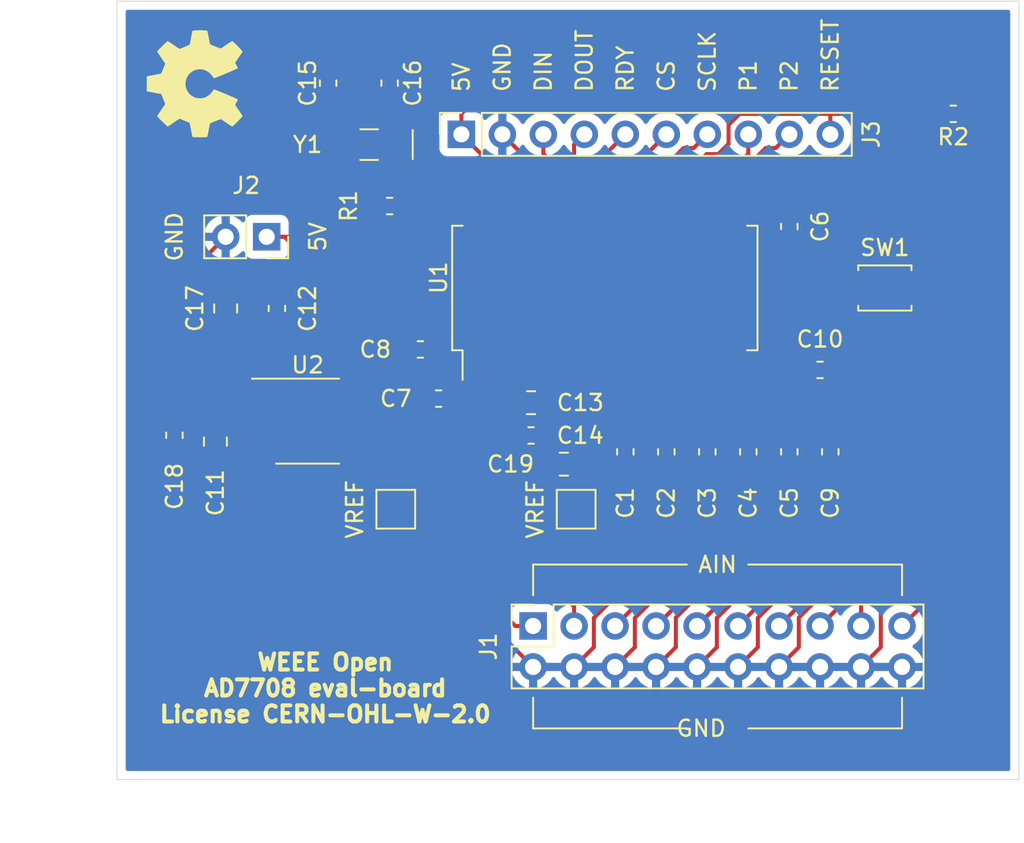
<source format=kicad_pcb>
(kicad_pcb (version 20171130) (host pcbnew "(5.1.10)-1")

  (general
    (thickness 1.6)
    (drawings 31)
    (tracks 267)
    (zones 0)
    (modules 31)
    (nets 24)
  )

  (page A4)
  (title_block
    (title "AD7708 eval-board")
    (company WEEEOpen)
    (comment 1 "This board is meant to test the AD7708")
  )

  (layers
    (0 F.Cu signal)
    (31 B.Cu signal)
    (32 B.Adhes user)
    (33 F.Adhes user hide)
    (34 B.Paste user)
    (35 F.Paste user)
    (36 B.SilkS user)
    (37 F.SilkS user)
    (38 B.Mask user)
    (39 F.Mask user)
    (40 Dwgs.User user)
    (41 Cmts.User user)
    (42 Eco1.User user)
    (43 Eco2.User user)
    (44 Edge.Cuts user)
    (45 Margin user)
    (46 B.CrtYd user)
    (47 F.CrtYd user)
    (48 B.Fab user)
    (49 F.Fab user hide)
  )

  (setup
    (last_trace_width 0.25)
    (trace_clearance 0.25)
    (zone_clearance 0.508)
    (zone_45_only no)
    (trace_min 0.2)
    (via_size 0.8)
    (via_drill 0.4)
    (via_min_size 0.4)
    (via_min_drill 0.3)
    (uvia_size 0.3)
    (uvia_drill 0.1)
    (uvias_allowed no)
    (uvia_min_size 0.2)
    (uvia_min_drill 0.1)
    (edge_width 0.05)
    (segment_width 0.2)
    (pcb_text_width 0.3)
    (pcb_text_size 1.5 1.5)
    (mod_edge_width 0.12)
    (mod_text_size 1 1)
    (mod_text_width 0.15)
    (pad_size 2 2)
    (pad_drill 0)
    (pad_to_mask_clearance 0.051)
    (solder_mask_min_width 0.25)
    (aux_axis_origin 0 0)
    (visible_elements 7FFFFFFF)
    (pcbplotparams
      (layerselection 0x010fc_ffffffff)
      (usegerberextensions false)
      (usegerberattributes false)
      (usegerberadvancedattributes false)
      (creategerberjobfile false)
      (excludeedgelayer false)
      (linewidth 0.100000)
      (plotframeref false)
      (viasonmask false)
      (mode 1)
      (useauxorigin false)
      (hpglpennumber 1)
      (hpglpenspeed 20)
      (hpglpendiameter 15.000000)
      (psnegative false)
      (psa4output false)
      (plotreference true)
      (plotvalue true)
      (plotinvisibletext false)
      (padsonsilk false)
      (subtractmaskfromsilk false)
      (outputformat 1)
      (mirror false)
      (drillshape 0)
      (scaleselection 1)
      (outputdirectory ""))
  )

  (net 0 "")
  (net 1 /A7)
  (net 2 /A8)
  (net 3 /A1)
  (net 4 /A2)
  (net 5 /A3)
  (net 6 /A4)
  (net 7 /A5)
  (net 8 /A9)
  (net 9 /A10)
  (net 10 /A6)
  (net 11 GND)
  (net 12 +5V)
  (net 13 "Net-(C15-Pad2)")
  (net 14 "Net-(C16-Pad2)")
  (net 15 "Net-(J3-Pad10)")
  (net 16 /VREF)
  (net 17 /P2)
  (net 18 /P1)
  (net 19 /SCLK)
  (net 20 /CS)
  (net 21 /RDY)
  (net 22 /DOUT)
  (net 23 /DIN)

  (net_class Default "This is the default net class."
    (clearance 0.25)
    (trace_width 0.25)
    (via_dia 0.8)
    (via_drill 0.4)
    (uvia_dia 0.3)
    (uvia_drill 0.1)
    (add_net +5V)
    (add_net /A1)
    (add_net /A10)
    (add_net /A2)
    (add_net /A3)
    (add_net /A4)
    (add_net /A5)
    (add_net /A6)
    (add_net /A7)
    (add_net /A8)
    (add_net /A9)
    (add_net /CS)
    (add_net /DIN)
    (add_net /DOUT)
    (add_net /P1)
    (add_net /P2)
    (add_net /RDY)
    (add_net /SCLK)
    (add_net /VREF)
    (add_net GND)
    (add_net "Net-(C15-Pad2)")
    (add_net "Net-(C16-Pad2)")
    (add_net "Net-(J3-Pad10)")
  )

  (module Package_SO:SOIC-28W_7.5x18.7mm_P1.27mm (layer F.Cu) (tedit 5D9F72B1) (tstamp 6073B665)
    (at 144.526 96.52 90)
    (descr "SOIC, 28 Pin (https://www.akm.com/akm/en/file/datasheet/AK5394AVS.pdf#page=23), generated with kicad-footprint-generator ipc_gullwing_generator.py")
    (tags "SOIC SO")
    (path /6073881A)
    (attr smd)
    (fp_text reference U1 (at 0.635 -10.3 90) (layer F.SilkS)
      (effects (font (size 1 1) (thickness 0.15)))
    )
    (fp_text value AD7708-Analog_ADC-PSUtap_analog-rescue (at 0 10.3 90) (layer F.Fab)
      (effects (font (size 1 1) (thickness 0.15)))
    )
    (fp_line (start 0 9.46) (end 3.86 9.46) (layer F.SilkS) (width 0.12))
    (fp_line (start 3.86 9.46) (end 3.86 8.815) (layer F.SilkS) (width 0.12))
    (fp_line (start 0 9.46) (end -3.86 9.46) (layer F.SilkS) (width 0.12))
    (fp_line (start -3.86 9.46) (end -3.86 8.815) (layer F.SilkS) (width 0.12))
    (fp_line (start 0 -9.46) (end 3.86 -9.46) (layer F.SilkS) (width 0.12))
    (fp_line (start 3.86 -9.46) (end 3.86 -8.815) (layer F.SilkS) (width 0.12))
    (fp_line (start 0 -9.46) (end -3.86 -9.46) (layer F.SilkS) (width 0.12))
    (fp_line (start -3.86 -9.46) (end -3.86 -8.815) (layer F.SilkS) (width 0.12))
    (fp_line (start -3.86 -8.815) (end -5.7 -8.815) (layer F.SilkS) (width 0.12))
    (fp_line (start -2.75 -9.35) (end 3.75 -9.35) (layer F.Fab) (width 0.1))
    (fp_line (start 3.75 -9.35) (end 3.75 9.35) (layer F.Fab) (width 0.1))
    (fp_line (start 3.75 9.35) (end -3.75 9.35) (layer F.Fab) (width 0.1))
    (fp_line (start -3.75 9.35) (end -3.75 -8.35) (layer F.Fab) (width 0.1))
    (fp_line (start -3.75 -8.35) (end -2.75 -9.35) (layer F.Fab) (width 0.1))
    (fp_line (start -5.95 -9.6) (end -5.95 9.6) (layer F.CrtYd) (width 0.05))
    (fp_line (start -5.95 9.6) (end 5.95 9.6) (layer F.CrtYd) (width 0.05))
    (fp_line (start 5.95 9.6) (end 5.95 -9.6) (layer F.CrtYd) (width 0.05))
    (fp_line (start 5.95 -9.6) (end -5.95 -9.6) (layer F.CrtYd) (width 0.05))
    (fp_text user %R (at -0.635 -4.445 90) (layer F.Fab)
      (effects (font (size 1 1) (thickness 0.15)))
    )
    (pad 28 smd roundrect (at 4.8 -8.255 90) (size 1.8 0.6) (layers F.Cu F.Paste F.Mask) (roundrect_rratio 0.25)
      (net 14 "Net-(C16-Pad2)"))
    (pad 27 smd roundrect (at 4.8 -6.985 90) (size 1.8 0.6) (layers F.Cu F.Paste F.Mask) (roundrect_rratio 0.25)
      (net 13 "Net-(C15-Pad2)"))
    (pad 26 smd roundrect (at 4.8 -5.715 90) (size 1.8 0.6) (layers F.Cu F.Paste F.Mask) (roundrect_rratio 0.25)
      (net 12 +5V))
    (pad 25 smd roundrect (at 4.8 -4.445 90) (size 1.8 0.6) (layers F.Cu F.Paste F.Mask) (roundrect_rratio 0.25)
      (net 11 GND))
    (pad 24 smd roundrect (at 4.8 -3.175 90) (size 1.8 0.6) (layers F.Cu F.Paste F.Mask) (roundrect_rratio 0.25)
      (net 23 /DIN))
    (pad 23 smd roundrect (at 4.8 -1.905 90) (size 1.8 0.6) (layers F.Cu F.Paste F.Mask) (roundrect_rratio 0.25)
      (net 22 /DOUT))
    (pad 22 smd roundrect (at 4.8 -0.635 90) (size 1.8 0.6) (layers F.Cu F.Paste F.Mask) (roundrect_rratio 0.25)
      (net 21 /RDY))
    (pad 21 smd roundrect (at 4.8 0.635 90) (size 1.8 0.6) (layers F.Cu F.Paste F.Mask) (roundrect_rratio 0.25)
      (net 20 /CS))
    (pad 20 smd roundrect (at 4.8 1.905 90) (size 1.8 0.6) (layers F.Cu F.Paste F.Mask) (roundrect_rratio 0.25)
      (net 19 /SCLK))
    (pad 19 smd roundrect (at 4.8 3.175 90) (size 1.8 0.6) (layers F.Cu F.Paste F.Mask) (roundrect_rratio 0.25)
      (net 15 "Net-(J3-Pad10)"))
    (pad 18 smd roundrect (at 4.8 4.445 90) (size 1.8 0.6) (layers F.Cu F.Paste F.Mask) (roundrect_rratio 0.25)
      (net 18 /P1))
    (pad 17 smd roundrect (at 4.8 5.715 90) (size 1.8 0.6) (layers F.Cu F.Paste F.Mask) (roundrect_rratio 0.25)
      (net 11 GND))
    (pad 16 smd roundrect (at 4.8 6.985 90) (size 1.8 0.6) (layers F.Cu F.Paste F.Mask) (roundrect_rratio 0.25)
      (net 17 /P2))
    (pad 15 smd roundrect (at 4.8 8.255 90) (size 1.8 0.6) (layers F.Cu F.Paste F.Mask) (roundrect_rratio 0.25)
      (net 10 /A6))
    (pad 14 smd roundrect (at -4.8 8.255 90) (size 1.8 0.6) (layers F.Cu F.Paste F.Mask) (roundrect_rratio 0.25)
      (net 9 /A10))
    (pad 13 smd roundrect (at -4.8 6.985 90) (size 1.8 0.6) (layers F.Cu F.Paste F.Mask) (roundrect_rratio 0.25)
      (net 8 /A9))
    (pad 12 smd roundrect (at -4.8 5.715 90) (size 1.8 0.6) (layers F.Cu F.Paste F.Mask) (roundrect_rratio 0.25)
      (net 11 GND))
    (pad 11 smd roundrect (at -4.8 4.445 90) (size 1.8 0.6) (layers F.Cu F.Paste F.Mask) (roundrect_rratio 0.25)
      (net 7 /A5))
    (pad 10 smd roundrect (at -4.8 3.175 90) (size 1.8 0.6) (layers F.Cu F.Paste F.Mask) (roundrect_rratio 0.25)
      (net 6 /A4))
    (pad 9 smd roundrect (at -4.8 1.905 90) (size 1.8 0.6) (layers F.Cu F.Paste F.Mask) (roundrect_rratio 0.25)
      (net 5 /A3))
    (pad 8 smd roundrect (at -4.8 0.635 90) (size 1.8 0.6) (layers F.Cu F.Paste F.Mask) (roundrect_rratio 0.25)
      (net 4 /A2))
    (pad 7 smd roundrect (at -4.8 -0.635 90) (size 1.8 0.6) (layers F.Cu F.Paste F.Mask) (roundrect_rratio 0.25)
      (net 3 /A1))
    (pad 6 smd roundrect (at -4.8 -1.905 90) (size 1.8 0.6) (layers F.Cu F.Paste F.Mask) (roundrect_rratio 0.25)
      (net 16 /VREF))
    (pad 5 smd roundrect (at -4.8 -3.175 90) (size 1.8 0.6) (layers F.Cu F.Paste F.Mask) (roundrect_rratio 0.25)
      (net 11 GND))
    (pad 4 smd roundrect (at -4.8 -4.445 90) (size 1.8 0.6) (layers F.Cu F.Paste F.Mask) (roundrect_rratio 0.25)
      (net 11 GND))
    (pad 3 smd roundrect (at -4.8 -5.715 90) (size 1.8 0.6) (layers F.Cu F.Paste F.Mask) (roundrect_rratio 0.25)
      (net 12 +5V))
    (pad 2 smd roundrect (at -4.8 -6.985 90) (size 1.8 0.6) (layers F.Cu F.Paste F.Mask) (roundrect_rratio 0.25)
      (net 2 /A8))
    (pad 1 smd roundrect (at -4.8 -8.255 90) (size 1.8 0.6) (layers F.Cu F.Paste F.Mask) (roundrect_rratio 0.25)
      (net 1 /A7))
    (model ${KISYS3DMOD}/Package_SO.3dshapes/SOIC-28W_7.5x18.7mm_P1.27mm.wrl
      (at (xyz 0 0 0))
      (scale (xyz 1 1 1))
      (rotate (xyz 0 0 0))
    )
  )

  (module TestPoint:TestPoint_Pad_2.0x2.0mm (layer F.Cu) (tedit 608B2BD1) (tstamp 608B463C)
    (at 142.748 110.236)
    (descr "SMD rectangular pad as test Point, square 2.0mm side length")
    (tags "test point SMD pad rectangle square")
    (attr virtual)
    (fp_text reference VREF (at -2.54 0 270) (layer F.SilkS)
      (effects (font (size 1 1) (thickness 0.15)))
    )
    (fp_text value TestPoint_Pad_2.0x2.0mm (at 0 2.05) (layer F.Fab)
      (effects (font (size 1 1) (thickness 0.15)))
    )
    (fp_line (start -1.2 -1.2) (end 1.2 -1.2) (layer F.SilkS) (width 0.12))
    (fp_line (start 1.2 -1.2) (end 1.2 1.2) (layer F.SilkS) (width 0.12))
    (fp_line (start 1.2 1.2) (end -1.2 1.2) (layer F.SilkS) (width 0.12))
    (fp_line (start -1.2 1.2) (end -1.2 -1.2) (layer F.SilkS) (width 0.12))
    (fp_line (start -1.5 -1.5) (end 1.5 -1.5) (layer F.CrtYd) (width 0.05))
    (fp_line (start -1.5 -1.5) (end -1.5 1.5) (layer F.CrtYd) (width 0.05))
    (fp_line (start 1.5 1.5) (end 1.5 -1.5) (layer F.CrtYd) (width 0.05))
    (fp_line (start 1.5 1.5) (end -1.5 1.5) (layer F.CrtYd) (width 0.05))
    (fp_text user %R (at 0 -2) (layer F.Fab)
      (effects (font (size 1 1) (thickness 0.15)))
    )
    (pad 1 smd rect (at 0 0) (size 2 2) (layers F.Cu F.Paste F.Mask)
      (net 16 /VREF))
  )

  (module Connector_PinSocket_2.54mm:PinSocket_2x10_P2.54mm_Vertical (layer F.Cu) (tedit 5A19A427) (tstamp 6073B594)
    (at 140.081 117.475 90)
    (descr "Through hole straight socket strip, 2x10, 2.54mm pitch, double cols (from Kicad 4.0.7), script generated")
    (tags "Through hole socket strip THT 2x10 2.54mm double row")
    (path /6079EDD6)
    (fp_text reference J1 (at -1.27 -2.77 90) (layer F.SilkS)
      (effects (font (size 1 1) (thickness 0.15)))
    )
    (fp_text value Analog_Inputs (at -1.27 25.63 90) (layer F.Fab)
      (effects (font (size 1 1) (thickness 0.15)))
    )
    (fp_line (start -3.81 -1.27) (end 0.27 -1.27) (layer F.Fab) (width 0.1))
    (fp_line (start 0.27 -1.27) (end 1.27 -0.27) (layer F.Fab) (width 0.1))
    (fp_line (start 1.27 -0.27) (end 1.27 24.13) (layer F.Fab) (width 0.1))
    (fp_line (start 1.27 24.13) (end -3.81 24.13) (layer F.Fab) (width 0.1))
    (fp_line (start -3.81 24.13) (end -3.81 -1.27) (layer F.Fab) (width 0.1))
    (fp_line (start -3.87 -1.33) (end -1.27 -1.33) (layer F.SilkS) (width 0.12))
    (fp_line (start -3.87 -1.33) (end -3.87 24.19) (layer F.SilkS) (width 0.12))
    (fp_line (start -3.87 24.19) (end 1.33 24.19) (layer F.SilkS) (width 0.12))
    (fp_line (start 1.33 1.27) (end 1.33 24.19) (layer F.SilkS) (width 0.12))
    (fp_line (start -1.27 1.27) (end 1.33 1.27) (layer F.SilkS) (width 0.12))
    (fp_line (start -1.27 -1.33) (end -1.27 1.27) (layer F.SilkS) (width 0.12))
    (fp_line (start 1.33 -1.33) (end 1.33 0) (layer F.SilkS) (width 0.12))
    (fp_line (start 0 -1.33) (end 1.33 -1.33) (layer F.SilkS) (width 0.12))
    (fp_line (start -4.34 -1.8) (end 1.76 -1.8) (layer F.CrtYd) (width 0.05))
    (fp_line (start 1.76 -1.8) (end 1.76 24.6) (layer F.CrtYd) (width 0.05))
    (fp_line (start 1.76 24.6) (end -4.34 24.6) (layer F.CrtYd) (width 0.05))
    (fp_line (start -4.34 24.6) (end -4.34 -1.8) (layer F.CrtYd) (width 0.05))
    (fp_text user %R (at -1.27 11.43) (layer F.Fab)
      (effects (font (size 1 1) (thickness 0.15)))
    )
    (pad 20 thru_hole oval (at -2.54 22.86 90) (size 1.7 1.7) (drill 1) (layers *.Cu *.Mask)
      (net 11 GND))
    (pad 19 thru_hole oval (at 0 22.86 90) (size 1.7 1.7) (drill 1) (layers *.Cu *.Mask)
      (net 10 /A6))
    (pad 18 thru_hole oval (at -2.54 20.32 90) (size 1.7 1.7) (drill 1) (layers *.Cu *.Mask)
      (net 11 GND))
    (pad 17 thru_hole oval (at 0 20.32 90) (size 1.7 1.7) (drill 1) (layers *.Cu *.Mask)
      (net 9 /A10))
    (pad 16 thru_hole oval (at -2.54 17.78 90) (size 1.7 1.7) (drill 1) (layers *.Cu *.Mask)
      (net 11 GND))
    (pad 15 thru_hole oval (at 0 17.78 90) (size 1.7 1.7) (drill 1) (layers *.Cu *.Mask)
      (net 8 /A9))
    (pad 14 thru_hole oval (at -2.54 15.24 90) (size 1.7 1.7) (drill 1) (layers *.Cu *.Mask)
      (net 11 GND))
    (pad 13 thru_hole oval (at 0 15.24 90) (size 1.7 1.7) (drill 1) (layers *.Cu *.Mask)
      (net 7 /A5))
    (pad 12 thru_hole oval (at -2.54 12.7 90) (size 1.7 1.7) (drill 1) (layers *.Cu *.Mask)
      (net 11 GND))
    (pad 11 thru_hole oval (at 0 12.7 90) (size 1.7 1.7) (drill 1) (layers *.Cu *.Mask)
      (net 6 /A4))
    (pad 10 thru_hole oval (at -2.54 10.16 90) (size 1.7 1.7) (drill 1) (layers *.Cu *.Mask)
      (net 11 GND))
    (pad 9 thru_hole oval (at 0 10.16 90) (size 1.7 1.7) (drill 1) (layers *.Cu *.Mask)
      (net 5 /A3))
    (pad 8 thru_hole oval (at -2.54 7.62 90) (size 1.7 1.7) (drill 1) (layers *.Cu *.Mask)
      (net 11 GND))
    (pad 7 thru_hole oval (at 0 7.62 90) (size 1.7 1.7) (drill 1) (layers *.Cu *.Mask)
      (net 4 /A2))
    (pad 6 thru_hole oval (at -2.54 5.08 90) (size 1.7 1.7) (drill 1) (layers *.Cu *.Mask)
      (net 11 GND))
    (pad 5 thru_hole oval (at 0 5.08 90) (size 1.7 1.7) (drill 1) (layers *.Cu *.Mask)
      (net 3 /A1))
    (pad 4 thru_hole oval (at -2.54 2.54 90) (size 1.7 1.7) (drill 1) (layers *.Cu *.Mask)
      (net 11 GND))
    (pad 3 thru_hole oval (at 0 2.54 90) (size 1.7 1.7) (drill 1) (layers *.Cu *.Mask)
      (net 2 /A8))
    (pad 2 thru_hole oval (at -2.54 0 90) (size 1.7 1.7) (drill 1) (layers *.Cu *.Mask)
      (net 11 GND))
    (pad 1 thru_hole rect (at 0 0 90) (size 1.7 1.7) (drill 1) (layers *.Cu *.Mask)
      (net 1 /A7))
    (model ${KISYS3DMOD}/Connector_PinSocket_2.54mm.3dshapes/PinSocket_2x10_P2.54mm_Vertical.wrl
      (at (xyz 0 0 0))
      (scale (xyz 1 1 1))
      (rotate (xyz 0 0 0))
    )
  )

  (module TestPoint:TestPoint_Pad_2.0x2.0mm (layer F.Cu) (tedit 608B2BBD) (tstamp 608B4109)
    (at 131.572 110.236)
    (descr "SMD rectangular pad as test Point, square 2.0mm side length")
    (tags "test point SMD pad rectangle square")
    (attr virtual)
    (fp_text reference VREF (at -2.54 0 90) (layer F.SilkS)
      (effects (font (size 1 1) (thickness 0.15)))
    )
    (fp_text value TestPoint_Pad_2.0x2.0mm (at 0 2.05) (layer F.Fab)
      (effects (font (size 1 1) (thickness 0.15)))
    )
    (fp_line (start -1.2 -1.2) (end 1.2 -1.2) (layer F.SilkS) (width 0.12))
    (fp_line (start 1.2 -1.2) (end 1.2 1.2) (layer F.SilkS) (width 0.12))
    (fp_line (start 1.2 1.2) (end -1.2 1.2) (layer F.SilkS) (width 0.12))
    (fp_line (start -1.2 1.2) (end -1.2 -1.2) (layer F.SilkS) (width 0.12))
    (fp_line (start -1.5 -1.5) (end 1.5 -1.5) (layer F.CrtYd) (width 0.05))
    (fp_line (start -1.5 -1.5) (end -1.5 1.5) (layer F.CrtYd) (width 0.05))
    (fp_line (start 1.5 1.5) (end 1.5 -1.5) (layer F.CrtYd) (width 0.05))
    (fp_line (start 1.5 1.5) (end -1.5 1.5) (layer F.CrtYd) (width 0.05))
    (fp_text user %R (at 0 -2) (layer F.Fab)
      (effects (font (size 1 1) (thickness 0.15)))
    )
    (pad 1 smd rect (at 0 0) (size 2 2) (layers F.Cu F.Paste F.Mask)
      (net 16 /VREF))
  )

  (module Connector_PinSocket_2.54mm:PinSocket_1x10_P2.54mm_Vertical (layer F.Cu) (tedit 5A19A425) (tstamp 6073B5E8)
    (at 135.636 86.995 90)
    (descr "Through hole straight socket strip, 1x10, 2.54mm pitch, single row (from Kicad 4.0.7), script generated")
    (tags "Through hole socket strip THT 1x10 2.54mm single row")
    (path /60779681)
    (fp_text reference J3 (at 0 25.4 90) (layer F.SilkS)
      (effects (font (size 1 1) (thickness 0.15)))
    )
    (fp_text value Conn_01x10_Female (at 0 25.63 90) (layer F.Fab)
      (effects (font (size 1 1) (thickness 0.15)))
    )
    (fp_line (start -1.27 -1.27) (end 0.635 -1.27) (layer F.Fab) (width 0.1))
    (fp_line (start 0.635 -1.27) (end 1.27 -0.635) (layer F.Fab) (width 0.1))
    (fp_line (start 1.27 -0.635) (end 1.27 24.13) (layer F.Fab) (width 0.1))
    (fp_line (start 1.27 24.13) (end -1.27 24.13) (layer F.Fab) (width 0.1))
    (fp_line (start -1.27 24.13) (end -1.27 -1.27) (layer F.Fab) (width 0.1))
    (fp_line (start -1.33 1.27) (end 1.33 1.27) (layer F.SilkS) (width 0.12))
    (fp_line (start -1.33 1.27) (end -1.33 24.19) (layer F.SilkS) (width 0.12))
    (fp_line (start -1.33 24.19) (end 1.33 24.19) (layer F.SilkS) (width 0.12))
    (fp_line (start 1.33 1.27) (end 1.33 24.19) (layer F.SilkS) (width 0.12))
    (fp_line (start 1.33 -1.33) (end 1.33 0) (layer F.SilkS) (width 0.12))
    (fp_line (start 0 -1.33) (end 1.33 -1.33) (layer F.SilkS) (width 0.12))
    (fp_line (start -1.8 -1.8) (end 1.75 -1.8) (layer F.CrtYd) (width 0.05))
    (fp_line (start 1.75 -1.8) (end 1.75 24.6) (layer F.CrtYd) (width 0.05))
    (fp_line (start 1.75 24.6) (end -1.8 24.6) (layer F.CrtYd) (width 0.05))
    (fp_line (start -1.8 24.6) (end -1.8 -1.8) (layer F.CrtYd) (width 0.05))
    (fp_text user %R (at 0 11.43) (layer F.Fab)
      (effects (font (size 1 1) (thickness 0.15)))
    )
    (pad 10 thru_hole oval (at 0 22.86 90) (size 1.7 1.7) (drill 1) (layers *.Cu *.Mask)
      (net 15 "Net-(J3-Pad10)"))
    (pad 9 thru_hole oval (at 0 20.32 90) (size 1.7 1.7) (drill 1) (layers *.Cu *.Mask)
      (net 17 /P2))
    (pad 8 thru_hole oval (at 0 17.78 90) (size 1.7 1.7) (drill 1) (layers *.Cu *.Mask)
      (net 18 /P1))
    (pad 7 thru_hole oval (at 0 15.24 90) (size 1.7 1.7) (drill 1) (layers *.Cu *.Mask)
      (net 19 /SCLK))
    (pad 6 thru_hole oval (at 0 12.7 90) (size 1.7 1.7) (drill 1) (layers *.Cu *.Mask)
      (net 20 /CS))
    (pad 5 thru_hole oval (at 0 10.16 90) (size 1.7 1.7) (drill 1) (layers *.Cu *.Mask)
      (net 21 /RDY))
    (pad 4 thru_hole oval (at 0 7.62 90) (size 1.7 1.7) (drill 1) (layers *.Cu *.Mask)
      (net 22 /DOUT))
    (pad 3 thru_hole oval (at 0 5.08 90) (size 1.7 1.7) (drill 1) (layers *.Cu *.Mask)
      (net 23 /DIN))
    (pad 2 thru_hole oval (at 0 2.54 90) (size 1.7 1.7) (drill 1) (layers *.Cu *.Mask)
      (net 11 GND))
    (pad 1 thru_hole rect (at 0 0 90) (size 1.7 1.7) (drill 1) (layers *.Cu *.Mask)
      (net 12 +5V))
    (model ${KISYS3DMOD}/Connector_PinSocket_2.54mm.3dshapes/PinSocket_1x10_P2.54mm_Vertical.wrl
      (at (xyz 0 0 0))
      (scale (xyz 1 1 1))
      (rotate (xyz 0 0 0))
    )
  )

  (module Symbol:OSHW-Symbol_6.7x6mm_SilkScreen (layer F.Cu) (tedit 0) (tstamp 60775F45)
    (at 119.126 83.8708 90)
    (descr "Open Source Hardware Symbol")
    (tags "Logo Symbol OSHW")
    (attr virtual)
    (fp_text reference REF** (at 0 0 90) (layer F.SilkS) hide
      (effects (font (size 1 1) (thickness 0.15)))
    )
    (fp_text value OSHW-Symbol_6.7x6mm_SilkScreen (at 0.75 0 90) (layer F.Fab) hide
      (effects (font (size 1 1) (thickness 0.15)))
    )
    (fp_poly (pts (xy 0.555814 -2.531069) (xy 0.639635 -2.086445) (xy 0.94892 -1.958947) (xy 1.258206 -1.831449)
      (xy 1.629246 -2.083754) (xy 1.733157 -2.154004) (xy 1.827087 -2.216728) (xy 1.906652 -2.269062)
      (xy 1.96747 -2.308143) (xy 2.005157 -2.331107) (xy 2.015421 -2.336058) (xy 2.03391 -2.323324)
      (xy 2.07342 -2.288118) (xy 2.129522 -2.234938) (xy 2.197787 -2.168282) (xy 2.273786 -2.092646)
      (xy 2.353092 -2.012528) (xy 2.431275 -1.932426) (xy 2.503907 -1.856836) (xy 2.566559 -1.790255)
      (xy 2.614803 -1.737182) (xy 2.64421 -1.702113) (xy 2.651241 -1.690377) (xy 2.641123 -1.66874)
      (xy 2.612759 -1.621338) (xy 2.569129 -1.552807) (xy 2.513218 -1.467785) (xy 2.448006 -1.370907)
      (xy 2.410219 -1.31565) (xy 2.341343 -1.214752) (xy 2.28014 -1.123701) (xy 2.229578 -1.04703)
      (xy 2.192628 -0.989272) (xy 2.172258 -0.954957) (xy 2.169197 -0.947746) (xy 2.176136 -0.927252)
      (xy 2.195051 -0.879487) (xy 2.223087 -0.811168) (xy 2.257391 -0.729011) (xy 2.295109 -0.63973)
      (xy 2.333387 -0.550042) (xy 2.36937 -0.466662) (xy 2.400206 -0.396306) (xy 2.423039 -0.34569)
      (xy 2.435017 -0.321529) (xy 2.435724 -0.320578) (xy 2.454531 -0.315964) (xy 2.504618 -0.305672)
      (xy 2.580793 -0.290713) (xy 2.677865 -0.272099) (xy 2.790643 -0.250841) (xy 2.856442 -0.238582)
      (xy 2.97695 -0.215638) (xy 3.085797 -0.193805) (xy 3.177476 -0.174278) (xy 3.246481 -0.158252)
      (xy 3.287304 -0.146921) (xy 3.295511 -0.143326) (xy 3.303548 -0.118994) (xy 3.310033 -0.064041)
      (xy 3.31497 0.015108) (xy 3.318364 0.112026) (xy 3.320218 0.220287) (xy 3.320538 0.333465)
      (xy 3.319327 0.445135) (xy 3.31659 0.548868) (xy 3.312331 0.638241) (xy 3.306555 0.706826)
      (xy 3.299267 0.748197) (xy 3.294895 0.75681) (xy 3.268764 0.767133) (xy 3.213393 0.781892)
      (xy 3.136107 0.799352) (xy 3.04423 0.81778) (xy 3.012158 0.823741) (xy 2.857524 0.852066)
      (xy 2.735375 0.874876) (xy 2.641673 0.89308) (xy 2.572384 0.907583) (xy 2.523471 0.919292)
      (xy 2.490897 0.929115) (xy 2.470628 0.937956) (xy 2.458626 0.946724) (xy 2.456947 0.948457)
      (xy 2.440184 0.976371) (xy 2.414614 1.030695) (xy 2.382788 1.104777) (xy 2.34726 1.191965)
      (xy 2.310583 1.285608) (xy 2.275311 1.379052) (xy 2.243996 1.465647) (xy 2.219193 1.53874)
      (xy 2.203454 1.591678) (xy 2.199332 1.617811) (xy 2.199676 1.618726) (xy 2.213641 1.640086)
      (xy 2.245322 1.687084) (xy 2.291391 1.754827) (xy 2.348518 1.838423) (xy 2.413373 1.932982)
      (xy 2.431843 1.959854) (xy 2.497699 2.057275) (xy 2.55565 2.146163) (xy 2.602538 2.221412)
      (xy 2.635207 2.27792) (xy 2.6505 2.310581) (xy 2.651241 2.314593) (xy 2.638392 2.335684)
      (xy 2.602888 2.377464) (xy 2.549293 2.435445) (xy 2.482171 2.505135) (xy 2.406087 2.582045)
      (xy 2.325604 2.661683) (xy 2.245287 2.739561) (xy 2.169699 2.811186) (xy 2.103405 2.87207)
      (xy 2.050969 2.917721) (xy 2.016955 2.94365) (xy 2.007545 2.947883) (xy 1.985643 2.937912)
      (xy 1.9408 2.91102) (xy 1.880321 2.871736) (xy 1.833789 2.840117) (xy 1.749475 2.782098)
      (xy 1.649626 2.713784) (xy 1.549473 2.645579) (xy 1.495627 2.609075) (xy 1.313371 2.4858)
      (xy 1.160381 2.56852) (xy 1.090682 2.604759) (xy 1.031414 2.632926) (xy 0.991311 2.648991)
      (xy 0.981103 2.651226) (xy 0.968829 2.634722) (xy 0.944613 2.588082) (xy 0.910263 2.515609)
      (xy 0.867588 2.421606) (xy 0.818394 2.310374) (xy 0.76449 2.186215) (xy 0.707684 2.053432)
      (xy 0.649782 1.916327) (xy 0.592593 1.779202) (xy 0.537924 1.646358) (xy 0.487584 1.522098)
      (xy 0.44338 1.410725) (xy 0.407119 1.316539) (xy 0.380609 1.243844) (xy 0.365658 1.196941)
      (xy 0.363254 1.180833) (xy 0.382311 1.160286) (xy 0.424036 1.126933) (xy 0.479706 1.087702)
      (xy 0.484378 1.084599) (xy 0.628264 0.969423) (xy 0.744283 0.835053) (xy 0.83143 0.685784)
      (xy 0.888699 0.525913) (xy 0.915086 0.359737) (xy 0.909585 0.191552) (xy 0.87119 0.025655)
      (xy 0.798895 -0.133658) (xy 0.777626 -0.168513) (xy 0.666996 -0.309263) (xy 0.536302 -0.422286)
      (xy 0.390064 -0.506997) (xy 0.232808 -0.562806) (xy 0.069057 -0.589126) (xy -0.096667 -0.58537)
      (xy -0.259838 -0.55095) (xy -0.415935 -0.485277) (xy -0.560433 -0.387765) (xy -0.605131 -0.348187)
      (xy -0.718888 -0.224297) (xy -0.801782 -0.093876) (xy -0.858644 0.052315) (xy -0.890313 0.197088)
      (xy -0.898131 0.35986) (xy -0.872062 0.52344) (xy -0.814755 0.682298) (xy -0.728856 0.830906)
      (xy -0.617014 0.963735) (xy -0.481877 1.075256) (xy -0.464117 1.087011) (xy -0.40785 1.125508)
      (xy -0.365077 1.158863) (xy -0.344628 1.18016) (xy -0.344331 1.180833) (xy -0.348721 1.203871)
      (xy -0.366124 1.256157) (xy -0.394732 1.33339) (xy -0.432735 1.431268) (xy -0.478326 1.545491)
      (xy -0.529697 1.671758) (xy -0.585038 1.805767) (xy -0.642542 1.943218) (xy -0.700399 2.079808)
      (xy -0.756802 2.211237) (xy -0.809942 2.333205) (xy -0.85801 2.441409) (xy -0.899199 2.531549)
      (xy -0.931699 2.599323) (xy -0.953703 2.64043) (xy -0.962564 2.651226) (xy -0.98964 2.642819)
      (xy -1.040303 2.620272) (xy -1.105817 2.587613) (xy -1.141841 2.56852) (xy -1.294832 2.4858)
      (xy -1.477088 2.609075) (xy -1.570125 2.672228) (xy -1.671985 2.741727) (xy -1.767438 2.807165)
      (xy -1.81525 2.840117) (xy -1.882495 2.885273) (xy -1.939436 2.921057) (xy -1.978646 2.942938)
      (xy -1.991381 2.947563) (xy -2.009917 2.935085) (xy -2.050941 2.900252) (xy -2.110475 2.846678)
      (xy -2.184542 2.777983) (xy -2.269165 2.697781) (xy -2.322685 2.646286) (xy -2.416319 2.554286)
      (xy -2.497241 2.471999) (xy -2.562177 2.402945) (xy -2.607858 2.350644) (xy -2.631011 2.318616)
      (xy -2.633232 2.312116) (xy -2.622924 2.287394) (xy -2.594439 2.237405) (xy -2.550937 2.167212)
      (xy -2.495577 2.081875) (xy -2.43152 1.986456) (xy -2.413303 1.959854) (xy -2.346927 1.863167)
      (xy -2.287378 1.776117) (xy -2.237984 1.703595) (xy -2.202075 1.650493) (xy -2.182981 1.621703)
      (xy -2.181136 1.618726) (xy -2.183895 1.595782) (xy -2.198538 1.545336) (xy -2.222513 1.474041)
      (xy -2.253266 1.388547) (xy -2.288244 1.295507) (xy -2.324893 1.201574) (xy -2.360661 1.113399)
      (xy -2.392994 1.037634) (xy -2.419338 0.980931) (xy -2.437142 0.949943) (xy -2.438407 0.948457)
      (xy -2.449294 0.939601) (xy -2.467682 0.930843) (xy -2.497606 0.921277) (xy -2.543103 0.909996)
      (xy -2.608209 0.896093) (xy -2.696961 0.878663) (xy -2.813393 0.856798) (xy -2.961542 0.829591)
      (xy -2.993618 0.823741) (xy -3.088686 0.805374) (xy -3.171565 0.787405) (xy -3.23493 0.771569)
      (xy -3.271458 0.7596) (xy -3.276356 0.75681) (xy -3.284427 0.732072) (xy -3.290987 0.67679)
      (xy -3.296033 0.597389) (xy -3.299559 0.500296) (xy -3.301561 0.391938) (xy -3.302036 0.27874)
      (xy -3.300977 0.167128) (xy -3.298382 0.063529) (xy -3.294246 -0.025632) (xy -3.288563 -0.093928)
      (xy -3.281331 -0.134934) (xy -3.276971 -0.143326) (xy -3.252698 -0.151792) (xy -3.197426 -0.165565)
      (xy -3.116662 -0.18345) (xy -3.015912 -0.204252) (xy -2.900683 -0.226777) (xy -2.837902 -0.238582)
      (xy -2.718787 -0.260849) (xy -2.612565 -0.281021) (xy -2.524427 -0.298085) (xy -2.459566 -0.311031)
      (xy -2.423174 -0.318845) (xy -2.417184 -0.320578) (xy -2.407061 -0.34011) (xy -2.385662 -0.387157)
      (xy -2.355839 -0.454997) (xy -2.320445 -0.536909) (xy -2.282332 -0.626172) (xy -2.244353 -0.716065)
      (xy -2.20936 -0.799865) (xy -2.180206 -0.870853) (xy -2.159743 -0.922306) (xy -2.150823 -0.947503)
      (xy -2.150657 -0.948604) (xy -2.160769 -0.968481) (xy -2.189117 -1.014223) (xy -2.232723 -1.081283)
      (xy -2.288606 -1.165116) (xy -2.353787 -1.261174) (xy -2.391679 -1.31635) (xy -2.460725 -1.417519)
      (xy -2.52205 -1.50937) (xy -2.572663 -1.587256) (xy -2.609571 -1.646531) (xy -2.629782 -1.682549)
      (xy -2.632701 -1.690623) (xy -2.620153 -1.709416) (xy -2.585463 -1.749543) (xy -2.533063 -1.806507)
      (xy -2.467384 -1.875815) (xy -2.392856 -1.952969) (xy -2.313913 -2.033475) (xy -2.234983 -2.112837)
      (xy -2.1605 -2.18656) (xy -2.094894 -2.250148) (xy -2.042596 -2.299106) (xy -2.008039 -2.328939)
      (xy -1.996478 -2.336058) (xy -1.977654 -2.326047) (xy -1.932631 -2.297922) (xy -1.865787 -2.254546)
      (xy -1.781499 -2.198782) (xy -1.684144 -2.133494) (xy -1.610707 -2.083754) (xy -1.239667 -1.831449)
      (xy -0.621095 -2.086445) (xy -0.537275 -2.531069) (xy -0.453454 -2.975693) (xy 0.471994 -2.975693)
      (xy 0.555814 -2.531069)) (layer F.SilkS) (width 0.01))
  )

  (module Capacitor_SMD:C_0805_2012Metric (layer F.Cu) (tedit 5B36C52B) (tstamp 6073B4EC)
    (at 141.986 107.442 180)
    (descr "Capacitor SMD 0805 (2012 Metric), square (rectangular) end terminal, IPC_7351 nominal, (Body size source: https://docs.google.com/spreadsheets/d/1BsfQQcO9C6DZCsRaXUlFlo91Tg2WpOkGARC1WS5S8t0/edit?usp=sharing), generated with kicad-footprint-generator")
    (tags capacitor)
    (path /6077F4EF)
    (attr smd)
    (fp_text reference C19 (at 3.302 0 180) (layer F.SilkS)
      (effects (font (size 1 1) (thickness 0.15)))
    )
    (fp_text value 10u (at 0 1.65) (layer F.Fab)
      (effects (font (size 1 1) (thickness 0.15)))
    )
    (fp_line (start -1 0.6) (end -1 -0.6) (layer F.Fab) (width 0.1))
    (fp_line (start -1 -0.6) (end 1 -0.6) (layer F.Fab) (width 0.1))
    (fp_line (start 1 -0.6) (end 1 0.6) (layer F.Fab) (width 0.1))
    (fp_line (start 1 0.6) (end -1 0.6) (layer F.Fab) (width 0.1))
    (fp_line (start -0.258578 -0.71) (end 0.258578 -0.71) (layer F.SilkS) (width 0.12))
    (fp_line (start -0.258578 0.71) (end 0.258578 0.71) (layer F.SilkS) (width 0.12))
    (fp_line (start -1.68 0.95) (end -1.68 -0.95) (layer F.CrtYd) (width 0.05))
    (fp_line (start -1.68 -0.95) (end 1.68 -0.95) (layer F.CrtYd) (width 0.05))
    (fp_line (start 1.68 -0.95) (end 1.68 0.95) (layer F.CrtYd) (width 0.05))
    (fp_line (start 1.68 0.95) (end -1.68 0.95) (layer F.CrtYd) (width 0.05))
    (fp_text user %R (at 0 0) (layer F.Fab)
      (effects (font (size 0.5 0.5) (thickness 0.08)))
    )
    (pad 2 smd roundrect (at 0.9375 0 180) (size 0.975 1.4) (layers F.Cu F.Paste F.Mask) (roundrect_rratio 0.25)
      (net 11 GND))
    (pad 1 smd roundrect (at -0.9375 0 180) (size 0.975 1.4) (layers F.Cu F.Paste F.Mask) (roundrect_rratio 0.25)
      (net 16 /VREF))
    (model ${KISYS3DMOD}/Capacitor_SMD.3dshapes/C_0805_2012Metric.wrl
      (at (xyz 0 0 0))
      (scale (xyz 1 1 1))
      (rotate (xyz 0 0 0))
    )
  )

  (module Capacitor_SMD:C_0805_2012Metric (layer F.Cu) (tedit 5B36C52B) (tstamp 6073B4C8)
    (at 121.031 97.79 90)
    (descr "Capacitor SMD 0805 (2012 Metric), square (rectangular) end terminal, IPC_7351 nominal, (Body size source: https://docs.google.com/spreadsheets/d/1BsfQQcO9C6DZCsRaXUlFlo91Tg2WpOkGARC1WS5S8t0/edit?usp=sharing), generated with kicad-footprint-generator")
    (tags capacitor)
    (path /60786D3B)
    (attr smd)
    (fp_text reference C17 (at 0 -1.905 270) (layer F.SilkS)
      (effects (font (size 1 1) (thickness 0.15)))
    )
    (fp_text value 10u (at 0 1.65 90) (layer F.Fab)
      (effects (font (size 1 1) (thickness 0.15)))
    )
    (fp_line (start -1 0.6) (end -1 -0.6) (layer F.Fab) (width 0.1))
    (fp_line (start -1 -0.6) (end 1 -0.6) (layer F.Fab) (width 0.1))
    (fp_line (start 1 -0.6) (end 1 0.6) (layer F.Fab) (width 0.1))
    (fp_line (start 1 0.6) (end -1 0.6) (layer F.Fab) (width 0.1))
    (fp_line (start -0.258578 -0.71) (end 0.258578 -0.71) (layer F.SilkS) (width 0.12))
    (fp_line (start -0.258578 0.71) (end 0.258578 0.71) (layer F.SilkS) (width 0.12))
    (fp_line (start -1.68 0.95) (end -1.68 -0.95) (layer F.CrtYd) (width 0.05))
    (fp_line (start -1.68 -0.95) (end 1.68 -0.95) (layer F.CrtYd) (width 0.05))
    (fp_line (start 1.68 -0.95) (end 1.68 0.95) (layer F.CrtYd) (width 0.05))
    (fp_line (start 1.68 0.95) (end -1.68 0.95) (layer F.CrtYd) (width 0.05))
    (fp_text user %R (at 0 0 90) (layer F.Fab)
      (effects (font (size 0.5 0.5) (thickness 0.08)))
    )
    (pad 2 smd roundrect (at 0.9375 0 90) (size 0.975 1.4) (layers F.Cu F.Paste F.Mask) (roundrect_rratio 0.25)
      (net 11 GND))
    (pad 1 smd roundrect (at -0.9375 0 90) (size 0.975 1.4) (layers F.Cu F.Paste F.Mask) (roundrect_rratio 0.25)
      (net 12 +5V))
    (model ${KISYS3DMOD}/Capacitor_SMD.3dshapes/C_0805_2012Metric.wrl
      (at (xyz 0 0 0))
      (scale (xyz 1 1 1))
      (rotate (xyz 0 0 0))
    )
  )

  (module Capacitor_SMD:C_0805_2012Metric (layer F.Cu) (tedit 5B36C52B) (tstamp 6073B482)
    (at 139.954 103.632)
    (descr "Capacitor SMD 0805 (2012 Metric), square (rectangular) end terminal, IPC_7351 nominal, (Body size source: https://docs.google.com/spreadsheets/d/1BsfQQcO9C6DZCsRaXUlFlo91Tg2WpOkGARC1WS5S8t0/edit?usp=sharing), generated with kicad-footprint-generator")
    (tags capacitor)
    (path /60745B0C)
    (attr smd)
    (fp_text reference C13 (at 3.048 0 180) (layer F.SilkS)
      (effects (font (size 1 1) (thickness 0.15)))
    )
    (fp_text value 10u (at 0 1.65) (layer F.Fab)
      (effects (font (size 1 1) (thickness 0.15)))
    )
    (fp_line (start -1 0.6) (end -1 -0.6) (layer F.Fab) (width 0.1))
    (fp_line (start -1 -0.6) (end 1 -0.6) (layer F.Fab) (width 0.1))
    (fp_line (start 1 -0.6) (end 1 0.6) (layer F.Fab) (width 0.1))
    (fp_line (start 1 0.6) (end -1 0.6) (layer F.Fab) (width 0.1))
    (fp_line (start -0.258578 -0.71) (end 0.258578 -0.71) (layer F.SilkS) (width 0.12))
    (fp_line (start -0.258578 0.71) (end 0.258578 0.71) (layer F.SilkS) (width 0.12))
    (fp_line (start -1.68 0.95) (end -1.68 -0.95) (layer F.CrtYd) (width 0.05))
    (fp_line (start -1.68 -0.95) (end 1.68 -0.95) (layer F.CrtYd) (width 0.05))
    (fp_line (start 1.68 -0.95) (end 1.68 0.95) (layer F.CrtYd) (width 0.05))
    (fp_line (start 1.68 0.95) (end -1.68 0.95) (layer F.CrtYd) (width 0.05))
    (fp_text user %R (at 0 0) (layer F.Fab)
      (effects (font (size 0.5 0.5) (thickness 0.08)))
    )
    (pad 2 smd roundrect (at 0.9375 0) (size 0.975 1.4) (layers F.Cu F.Paste F.Mask) (roundrect_rratio 0.25)
      (net 11 GND))
    (pad 1 smd roundrect (at -0.9375 0) (size 0.975 1.4) (layers F.Cu F.Paste F.Mask) (roundrect_rratio 0.25)
      (net 12 +5V))
    (model ${KISYS3DMOD}/Capacitor_SMD.3dshapes/C_0805_2012Metric.wrl
      (at (xyz 0 0 0))
      (scale (xyz 1 1 1))
      (rotate (xyz 0 0 0))
    )
  )

  (module Capacitor_SMD:C_0805_2012Metric (layer F.Cu) (tedit 5B36C52B) (tstamp 6073B45E)
    (at 120.396 106.045 270)
    (descr "Capacitor SMD 0805 (2012 Metric), square (rectangular) end terminal, IPC_7351 nominal, (Body size source: https://docs.google.com/spreadsheets/d/1BsfQQcO9C6DZCsRaXUlFlo91Tg2WpOkGARC1WS5S8t0/edit?usp=sharing), generated with kicad-footprint-generator")
    (tags capacitor)
    (path /60741A77)
    (attr smd)
    (fp_text reference C11 (at 3.175 0 90) (layer F.SilkS)
      (effects (font (size 1 1) (thickness 0.15)))
    )
    (fp_text value 10u (at 0 1.65 90) (layer F.Fab)
      (effects (font (size 1 1) (thickness 0.15)))
    )
    (fp_line (start -1 0.6) (end -1 -0.6) (layer F.Fab) (width 0.1))
    (fp_line (start -1 -0.6) (end 1 -0.6) (layer F.Fab) (width 0.1))
    (fp_line (start 1 -0.6) (end 1 0.6) (layer F.Fab) (width 0.1))
    (fp_line (start 1 0.6) (end -1 0.6) (layer F.Fab) (width 0.1))
    (fp_line (start -0.258578 -0.71) (end 0.258578 -0.71) (layer F.SilkS) (width 0.12))
    (fp_line (start -0.258578 0.71) (end 0.258578 0.71) (layer F.SilkS) (width 0.12))
    (fp_line (start -1.68 0.95) (end -1.68 -0.95) (layer F.CrtYd) (width 0.05))
    (fp_line (start -1.68 -0.95) (end 1.68 -0.95) (layer F.CrtYd) (width 0.05))
    (fp_line (start 1.68 -0.95) (end 1.68 0.95) (layer F.CrtYd) (width 0.05))
    (fp_line (start 1.68 0.95) (end -1.68 0.95) (layer F.CrtYd) (width 0.05))
    (fp_text user %R (at 0 0 90) (layer F.Fab)
      (effects (font (size 0.5 0.5) (thickness 0.08)))
    )
    (pad 2 smd roundrect (at 0.9375 0 270) (size 0.975 1.4) (layers F.Cu F.Paste F.Mask) (roundrect_rratio 0.25)
      (net 11 GND))
    (pad 1 smd roundrect (at -0.9375 0 270) (size 0.975 1.4) (layers F.Cu F.Paste F.Mask) (roundrect_rratio 0.25)
      (net 12 +5V))
    (model ${KISYS3DMOD}/Capacitor_SMD.3dshapes/C_0805_2012Metric.wrl
      (at (xyz 0 0 0))
      (scale (xyz 1 1 1))
      (rotate (xyz 0 0 0))
    )
  )

  (module Button_Switch_SMD:SW_SPST_B3U-1000P (layer F.Cu) (tedit 5A02FC95) (tstamp 6073B632)
    (at 161.876 96.52)
    (descr "Ultra-small-sized Tactile Switch with High Contact Reliability, Top-actuated Model, without Ground Terminal, without Boss")
    (tags "Tactile Switch")
    (path /60770A5E)
    (attr smd)
    (fp_text reference SW1 (at 0 -2.5) (layer F.SilkS)
      (effects (font (size 1 1) (thickness 0.15)))
    )
    (fp_text value SW_Push (at 0 2.5) (layer F.Fab)
      (effects (font (size 1 1) (thickness 0.15)))
    )
    (fp_line (start -2.4 1.65) (end 2.4 1.65) (layer F.CrtYd) (width 0.05))
    (fp_line (start 2.4 1.65) (end 2.4 -1.65) (layer F.CrtYd) (width 0.05))
    (fp_line (start 2.4 -1.65) (end -2.4 -1.65) (layer F.CrtYd) (width 0.05))
    (fp_line (start -2.4 -1.65) (end -2.4 1.65) (layer F.CrtYd) (width 0.05))
    (fp_line (start -1.65 1.1) (end -1.65 1.4) (layer F.SilkS) (width 0.12))
    (fp_line (start -1.65 1.4) (end 1.65 1.4) (layer F.SilkS) (width 0.12))
    (fp_line (start 1.65 1.4) (end 1.65 1.1) (layer F.SilkS) (width 0.12))
    (fp_line (start -1.65 -1.1) (end -1.65 -1.4) (layer F.SilkS) (width 0.12))
    (fp_line (start -1.65 -1.4) (end 1.65 -1.4) (layer F.SilkS) (width 0.12))
    (fp_line (start 1.65 -1.4) (end 1.65 -1.1) (layer F.SilkS) (width 0.12))
    (fp_line (start -1.5 -1.25) (end 1.5 -1.25) (layer F.Fab) (width 0.1))
    (fp_line (start 1.5 -1.25) (end 1.5 1.25) (layer F.Fab) (width 0.1))
    (fp_line (start 1.5 1.25) (end -1.5 1.25) (layer F.Fab) (width 0.1))
    (fp_line (start -1.5 1.25) (end -1.5 -1.25) (layer F.Fab) (width 0.1))
    (fp_circle (center 0 0) (end 0.75 0) (layer F.Fab) (width 0.1))
    (pad 2 smd rect (at 1.7 0) (size 0.9 1.7) (layers F.Cu F.Paste F.Mask)
      (net 11 GND))
    (pad 1 smd rect (at -1.7 0) (size 0.9 1.7) (layers F.Cu F.Paste F.Mask)
      (net 15 "Net-(J3-Pad10)"))
    (model ${KISYS3DMOD}/Button_Switch_SMD.3dshapes/SW_SPST_B3U-1000P.wrl
      (at (xyz 0 0 0))
      (scale (xyz 1 1 1))
      (rotate (xyz 0 0 0))
    )
  )

  (module Resistor_SMD:R_0603_1608Metric_Pad1.05x0.95mm_HandSolder (layer F.Cu) (tedit 5B301BBD) (tstamp 60749CFD)
    (at 166.116 85.725 180)
    (descr "Resistor SMD 0603 (1608 Metric), square (rectangular) end terminal, IPC_7351 nominal with elongated pad for handsoldering. (Body size source: http://www.tortai-tech.com/upload/download/2011102023233369053.pdf), generated with kicad-footprint-generator")
    (tags "resistor handsolder")
    (path /6074C4F8)
    (attr smd)
    (fp_text reference R2 (at 0 -1.43) (layer F.SilkS)
      (effects (font (size 1 1) (thickness 0.15)))
    )
    (fp_text value 10k (at 0 1.43) (layer F.Fab)
      (effects (font (size 1 1) (thickness 0.15)))
    )
    (fp_line (start -0.8 0.4) (end -0.8 -0.4) (layer F.Fab) (width 0.1))
    (fp_line (start -0.8 -0.4) (end 0.8 -0.4) (layer F.Fab) (width 0.1))
    (fp_line (start 0.8 -0.4) (end 0.8 0.4) (layer F.Fab) (width 0.1))
    (fp_line (start 0.8 0.4) (end -0.8 0.4) (layer F.Fab) (width 0.1))
    (fp_line (start -0.171267 -0.51) (end 0.171267 -0.51) (layer F.SilkS) (width 0.12))
    (fp_line (start -0.171267 0.51) (end 0.171267 0.51) (layer F.SilkS) (width 0.12))
    (fp_line (start -1.65 0.73) (end -1.65 -0.73) (layer F.CrtYd) (width 0.05))
    (fp_line (start -1.65 -0.73) (end 1.65 -0.73) (layer F.CrtYd) (width 0.05))
    (fp_line (start 1.65 -0.73) (end 1.65 0.73) (layer F.CrtYd) (width 0.05))
    (fp_line (start 1.65 0.73) (end -1.65 0.73) (layer F.CrtYd) (width 0.05))
    (fp_text user %R (at 0 0) (layer F.Fab)
      (effects (font (size 0.4 0.4) (thickness 0.06)))
    )
    (pad 2 smd roundrect (at 0.875 0 180) (size 1.05 0.95) (layers F.Cu F.Paste F.Mask) (roundrect_rratio 0.25)
      (net 15 "Net-(J3-Pad10)"))
    (pad 1 smd roundrect (at -0.875 0 180) (size 1.05 0.95) (layers F.Cu F.Paste F.Mask) (roundrect_rratio 0.25)
      (net 12 +5V))
    (model ${KISYS3DMOD}/Resistor_SMD.3dshapes/R_0603_1608Metric.wrl
      (at (xyz 0 0 0))
      (scale (xyz 1 1 1))
      (rotate (xyz 0 0 0))
    )
  )

  (module Connector_PinSocket_2.54mm:PinSocket_1x02_P2.54mm_Vertical (layer F.Cu) (tedit 5A19A420) (tstamp 6073B5CA)
    (at 123.571 93.345 270)
    (descr "Through hole straight socket strip, 1x02, 2.54mm pitch, single row (from Kicad 4.0.7), script generated")
    (tags "Through hole socket strip THT 1x02 2.54mm single row")
    (path /60795B58)
    (fp_text reference J2 (at -3.175 1.27 180) (layer F.SilkS)
      (effects (font (size 1 1) (thickness 0.15)))
    )
    (fp_text value Conn_01x02 (at 0 5.31 90) (layer F.Fab)
      (effects (font (size 1 1) (thickness 0.15)))
    )
    (fp_line (start -1.27 -1.27) (end 0.635 -1.27) (layer F.Fab) (width 0.1))
    (fp_line (start 0.635 -1.27) (end 1.27 -0.635) (layer F.Fab) (width 0.1))
    (fp_line (start 1.27 -0.635) (end 1.27 3.81) (layer F.Fab) (width 0.1))
    (fp_line (start 1.27 3.81) (end -1.27 3.81) (layer F.Fab) (width 0.1))
    (fp_line (start -1.27 3.81) (end -1.27 -1.27) (layer F.Fab) (width 0.1))
    (fp_line (start -1.33 1.27) (end 1.33 1.27) (layer F.SilkS) (width 0.12))
    (fp_line (start -1.33 1.27) (end -1.33 3.87) (layer F.SilkS) (width 0.12))
    (fp_line (start -1.33 3.87) (end 1.33 3.87) (layer F.SilkS) (width 0.12))
    (fp_line (start 1.33 1.27) (end 1.33 3.87) (layer F.SilkS) (width 0.12))
    (fp_line (start 1.33 -1.33) (end 1.33 0) (layer F.SilkS) (width 0.12))
    (fp_line (start 0 -1.33) (end 1.33 -1.33) (layer F.SilkS) (width 0.12))
    (fp_line (start -1.8 -1.8) (end 1.75 -1.8) (layer F.CrtYd) (width 0.05))
    (fp_line (start 1.75 -1.8) (end 1.75 4.3) (layer F.CrtYd) (width 0.05))
    (fp_line (start 1.75 4.3) (end -1.8 4.3) (layer F.CrtYd) (width 0.05))
    (fp_line (start -1.8 4.3) (end -1.8 -1.8) (layer F.CrtYd) (width 0.05))
    (fp_text user %R (at 0 1.27) (layer F.Fab)
      (effects (font (size 1 1) (thickness 0.15)))
    )
    (pad 2 thru_hole oval (at 0 2.54 270) (size 1.7 1.7) (drill 1) (layers *.Cu *.Mask)
      (net 11 GND))
    (pad 1 thru_hole rect (at 0 0 270) (size 1.7 1.7) (drill 1) (layers *.Cu *.Mask)
      (net 12 +5V))
    (model ${KISYS3DMOD}/Connector_PinSocket_2.54mm.3dshapes/PinSocket_1x02_P2.54mm_Vertical.wrl
      (at (xyz 0 0 0))
      (scale (xyz 1 1 1))
      (rotate (xyz 0 0 0))
    )
  )

  (module Crystal:Crystal_SMD_EuroQuartz_EQ161-2Pin_3.2x1.5mm_HandSoldering (layer F.Cu) (tedit 5A0FD1B2) (tstamp 6073B696)
    (at 129.921 87.63 180)
    (descr "SMD Crystal EuroQuartz EQ161 series http://cdn-reichelt.de/documents/datenblatt/B400/PG32768C.pdf, hand-soldering, 3.2x1.5mm^2 package")
    (tags "SMD SMT crystal hand-soldering")
    (path /607338CA)
    (attr smd)
    (fp_text reference Y1 (at 3.81 0) (layer F.SilkS)
      (effects (font (size 1 1) (thickness 0.15)))
    )
    (fp_text value Device_Crystal_Small (at 0 1.95) (layer F.Fab)
      (effects (font (size 1 1) (thickness 0.15)))
    )
    (fp_line (start -1.5 -0.75) (end 1.5 -0.75) (layer F.Fab) (width 0.1))
    (fp_line (start 1.5 -0.75) (end 1.6 -0.65) (layer F.Fab) (width 0.1))
    (fp_line (start 1.6 -0.65) (end 1.6 0.65) (layer F.Fab) (width 0.1))
    (fp_line (start 1.6 0.65) (end 1.5 0.75) (layer F.Fab) (width 0.1))
    (fp_line (start 1.5 0.75) (end -1.5 0.75) (layer F.Fab) (width 0.1))
    (fp_line (start -1.5 0.75) (end -1.6 0.65) (layer F.Fab) (width 0.1))
    (fp_line (start -1.6 0.65) (end -1.6 -0.65) (layer F.Fab) (width 0.1))
    (fp_line (start -1.6 -0.65) (end -1.5 -0.75) (layer F.Fab) (width 0.1))
    (fp_line (start -1.6 0.25) (end -1.1 0.75) (layer F.Fab) (width 0.1))
    (fp_line (start -0.55 -0.95) (end 0.55 -0.95) (layer F.SilkS) (width 0.12))
    (fp_line (start -0.55 0.95) (end 0.55 0.95) (layer F.SilkS) (width 0.12))
    (fp_line (start -2.7 -0.9) (end -2.7 0.9) (layer F.SilkS) (width 0.12))
    (fp_line (start -2.8 -1.2) (end -2.8 1.2) (layer F.CrtYd) (width 0.05))
    (fp_line (start -2.8 1.2) (end 2.8 1.2) (layer F.CrtYd) (width 0.05))
    (fp_line (start 2.8 1.2) (end 2.8 -1.2) (layer F.CrtYd) (width 0.05))
    (fp_line (start 2.8 -1.2) (end -2.8 -1.2) (layer F.CrtYd) (width 0.05))
    (fp_text user %R (at 0 0) (layer F.Fab)
      (effects (font (size 0.7 0.7) (thickness 0.105)))
    )
    (pad 2 smd rect (at 1.625 0 180) (size 1.75 1.8) (layers F.Cu F.Paste F.Mask)
      (net 13 "Net-(C15-Pad2)"))
    (pad 1 smd rect (at -1.625 0 180) (size 1.75 1.8) (layers F.Cu F.Paste F.Mask)
      (net 14 "Net-(C16-Pad2)"))
    (model ${KISYS3DMOD}/Crystal.3dshapes/Crystal_SMD_EuroQuartz_EQ161-2Pin_3.2x1.5mm_HandSoldering.wrl
      (at (xyz 0 0 0))
      (scale (xyz 1 1 1))
      (rotate (xyz 0 0 0))
    )
  )

  (module Package_SO:SSOP-8_3.9x5.05mm_P1.27mm (layer F.Cu) (tedit 5D9F72B1) (tstamp 6073B67F)
    (at 126.111 104.775)
    (descr "SSOP, 8 Pin (http://www.fujitsu.com/downloads/MICRO/fsa/pdf/products/memory/fram/MB85RS16-DS501-00014-6v0-E.pdf), generated with kicad-footprint-generator ipc_gullwing_generator.py")
    (tags "SSOP SO")
    (path /6073DCB2)
    (attr smd)
    (fp_text reference U2 (at 0 -3.48) (layer F.SilkS)
      (effects (font (size 1 1) (thickness 0.15)))
    )
    (fp_text value AD780ANZ (at 0 3.48) (layer F.Fab)
      (effects (font (size 1 1) (thickness 0.15)))
    )
    (fp_line (start 0 2.635) (end 1.95 2.635) (layer F.SilkS) (width 0.12))
    (fp_line (start 0 2.635) (end -1.95 2.635) (layer F.SilkS) (width 0.12))
    (fp_line (start 0 -2.635) (end 1.95 -2.635) (layer F.SilkS) (width 0.12))
    (fp_line (start 0 -2.635) (end -3.45 -2.635) (layer F.SilkS) (width 0.12))
    (fp_line (start -0.975 -2.525) (end 1.95 -2.525) (layer F.Fab) (width 0.1))
    (fp_line (start 1.95 -2.525) (end 1.95 2.525) (layer F.Fab) (width 0.1))
    (fp_line (start 1.95 2.525) (end -1.95 2.525) (layer F.Fab) (width 0.1))
    (fp_line (start -1.95 2.525) (end -1.95 -1.55) (layer F.Fab) (width 0.1))
    (fp_line (start -1.95 -1.55) (end -0.975 -2.525) (layer F.Fab) (width 0.1))
    (fp_line (start -3.7 -2.78) (end -3.7 2.78) (layer F.CrtYd) (width 0.05))
    (fp_line (start -3.7 2.78) (end 3.7 2.78) (layer F.CrtYd) (width 0.05))
    (fp_line (start 3.7 2.78) (end 3.7 -2.78) (layer F.CrtYd) (width 0.05))
    (fp_line (start 3.7 -2.78) (end -3.7 -2.78) (layer F.CrtYd) (width 0.05))
    (fp_text user %R (at 0 5.08) (layer F.Fab)
      (effects (font (size 0.98 0.98) (thickness 0.15)))
    )
    (pad 8 smd roundrect (at 2.675 -1.905) (size 1.55 0.6) (layers F.Cu F.Paste F.Mask) (roundrect_rratio 0.25))
    (pad 7 smd roundrect (at 2.675 -0.635) (size 1.55 0.6) (layers F.Cu F.Paste F.Mask) (roundrect_rratio 0.25))
    (pad 6 smd roundrect (at 2.675 0.635) (size 1.55 0.6) (layers F.Cu F.Paste F.Mask) (roundrect_rratio 0.25)
      (net 16 /VREF))
    (pad 5 smd roundrect (at 2.675 1.905) (size 1.55 0.6) (layers F.Cu F.Paste F.Mask) (roundrect_rratio 0.25))
    (pad 4 smd roundrect (at -2.675 1.905) (size 1.55 0.6) (layers F.Cu F.Paste F.Mask) (roundrect_rratio 0.25)
      (net 11 GND))
    (pad 3 smd roundrect (at -2.675 0.635) (size 1.55 0.6) (layers F.Cu F.Paste F.Mask) (roundrect_rratio 0.25))
    (pad 2 smd roundrect (at -2.675 -0.635) (size 1.55 0.6) (layers F.Cu F.Paste F.Mask) (roundrect_rratio 0.25)
      (net 12 +5V))
    (pad 1 smd roundrect (at -2.675 -1.905) (size 1.55 0.6) (layers F.Cu F.Paste F.Mask) (roundrect_rratio 0.25))
    (model ${KISYS3DMOD}/Package_SO.3dshapes/SSOP-8_3.9x5.05mm_P1.27mm.wrl
      (at (xyz 0 0 0))
      (scale (xyz 1 1 1))
      (rotate (xyz 0 0 0))
    )
  )

  (module Resistor_SMD:R_0603_1608Metric_Pad1.05x0.95mm_HandSolder (layer F.Cu) (tedit 5B301BBD) (tstamp 6073B5F9)
    (at 131.191 91.44 180)
    (descr "Resistor SMD 0603 (1608 Metric), square (rectangular) end terminal, IPC_7351 nominal with elongated pad for handsoldering. (Body size source: http://www.tortai-tech.com/upload/download/2011102023233369053.pdf), generated with kicad-footprint-generator")
    (tags "resistor handsolder")
    (path /60736F78)
    (attr smd)
    (fp_text reference R1 (at 2.54 0 90) (layer F.SilkS)
      (effects (font (size 1 1) (thickness 0.15)))
    )
    (fp_text value 1M (at 0 1.43) (layer F.Fab)
      (effects (font (size 1 1) (thickness 0.15)))
    )
    (fp_line (start -0.8 0.4) (end -0.8 -0.4) (layer F.Fab) (width 0.1))
    (fp_line (start -0.8 -0.4) (end 0.8 -0.4) (layer F.Fab) (width 0.1))
    (fp_line (start 0.8 -0.4) (end 0.8 0.4) (layer F.Fab) (width 0.1))
    (fp_line (start 0.8 0.4) (end -0.8 0.4) (layer F.Fab) (width 0.1))
    (fp_line (start -0.171267 -0.51) (end 0.171267 -0.51) (layer F.SilkS) (width 0.12))
    (fp_line (start -0.171267 0.51) (end 0.171267 0.51) (layer F.SilkS) (width 0.12))
    (fp_line (start -1.65 0.73) (end -1.65 -0.73) (layer F.CrtYd) (width 0.05))
    (fp_line (start -1.65 -0.73) (end 1.65 -0.73) (layer F.CrtYd) (width 0.05))
    (fp_line (start 1.65 -0.73) (end 1.65 0.73) (layer F.CrtYd) (width 0.05))
    (fp_line (start 1.65 0.73) (end -1.65 0.73) (layer F.CrtYd) (width 0.05))
    (fp_text user %R (at 0 0) (layer F.Fab)
      (effects (font (size 0.4 0.4) (thickness 0.06)))
    )
    (pad 2 smd roundrect (at 0.875 0 180) (size 1.05 0.95) (layers F.Cu F.Paste F.Mask) (roundrect_rratio 0.25)
      (net 13 "Net-(C15-Pad2)"))
    (pad 1 smd roundrect (at -0.875 0 180) (size 1.05 0.95) (layers F.Cu F.Paste F.Mask) (roundrect_rratio 0.25)
      (net 14 "Net-(C16-Pad2)"))
    (model ${KISYS3DMOD}/Resistor_SMD.3dshapes/R_0603_1608Metric.wrl
      (at (xyz 0 0 0))
      (scale (xyz 1 1 1))
      (rotate (xyz 0 0 0))
    )
  )

  (module Capacitor_SMD:C_0603_1608Metric_Pad1.05x0.95mm_HandSolder (layer F.Cu) (tedit 5B301BBE) (tstamp 6073B4D9)
    (at 117.856 105.65 270)
    (descr "Capacitor SMD 0603 (1608 Metric), square (rectangular) end terminal, IPC_7351 nominal with elongated pad for handsoldering. (Body size source: http://www.tortai-tech.com/upload/download/2011102023233369053.pdf), generated with kicad-footprint-generator")
    (tags "capacitor handsolder")
    (path /6078687E)
    (attr smd)
    (fp_text reference C18 (at 3.175 0 90) (layer F.SilkS)
      (effects (font (size 1 1) (thickness 0.15)))
    )
    (fp_text value 100n (at 0 1.905 270) (layer F.Fab)
      (effects (font (size 1 1) (thickness 0.15)))
    )
    (fp_line (start -0.8 0.4) (end -0.8 -0.4) (layer F.Fab) (width 0.1))
    (fp_line (start -0.8 -0.4) (end 0.8 -0.4) (layer F.Fab) (width 0.1))
    (fp_line (start 0.8 -0.4) (end 0.8 0.4) (layer F.Fab) (width 0.1))
    (fp_line (start 0.8 0.4) (end -0.8 0.4) (layer F.Fab) (width 0.1))
    (fp_line (start -0.171267 -0.51) (end 0.171267 -0.51) (layer F.SilkS) (width 0.12))
    (fp_line (start -0.171267 0.51) (end 0.171267 0.51) (layer F.SilkS) (width 0.12))
    (fp_line (start -1.65 0.73) (end -1.65 -0.73) (layer F.CrtYd) (width 0.05))
    (fp_line (start -1.65 -0.73) (end 1.65 -0.73) (layer F.CrtYd) (width 0.05))
    (fp_line (start 1.65 -0.73) (end 1.65 0.73) (layer F.CrtYd) (width 0.05))
    (fp_line (start 1.65 0.73) (end -1.65 0.73) (layer F.CrtYd) (width 0.05))
    (fp_text user %R (at 0 0 90) (layer F.Fab)
      (effects (font (size 0.4 0.4) (thickness 0.06)))
    )
    (pad 2 smd roundrect (at 0.875 0 270) (size 1.05 0.95) (layers F.Cu F.Paste F.Mask) (roundrect_rratio 0.25)
      (net 11 GND))
    (pad 1 smd roundrect (at -0.875 0 270) (size 1.05 0.95) (layers F.Cu F.Paste F.Mask) (roundrect_rratio 0.25)
      (net 12 +5V))
    (model ${KISYS3DMOD}/Capacitor_SMD.3dshapes/C_0603_1608Metric.wrl
      (at (xyz 0 0 0))
      (scale (xyz 1 1 1))
      (rotate (xyz 0 0 0))
    )
  )

  (module Capacitor_SMD:C_0603_1608Metric_Pad1.05x0.95mm_HandSolder (layer F.Cu) (tedit 5B301BBE) (tstamp 6073B4B5)
    (at 131.191 83.82 270)
    (descr "Capacitor SMD 0603 (1608 Metric), square (rectangular) end terminal, IPC_7351 nominal with elongated pad for handsoldering. (Body size source: http://www.tortai-tech.com/upload/download/2011102023233369053.pdf), generated with kicad-footprint-generator")
    (tags "capacitor handsolder")
    (path /6073558F)
    (attr smd)
    (fp_text reference C16 (at 0 -1.43 90) (layer F.SilkS)
      (effects (font (size 1 1) (thickness 0.15)))
    )
    (fp_text value 10p (at 0 1.43 270) (layer F.Fab)
      (effects (font (size 1 1) (thickness 0.15)))
    )
    (fp_line (start -0.8 0.4) (end -0.8 -0.4) (layer F.Fab) (width 0.1))
    (fp_line (start -0.8 -0.4) (end 0.8 -0.4) (layer F.Fab) (width 0.1))
    (fp_line (start 0.8 -0.4) (end 0.8 0.4) (layer F.Fab) (width 0.1))
    (fp_line (start 0.8 0.4) (end -0.8 0.4) (layer F.Fab) (width 0.1))
    (fp_line (start -0.171267 -0.51) (end 0.171267 -0.51) (layer F.SilkS) (width 0.12))
    (fp_line (start -0.171267 0.51) (end 0.171267 0.51) (layer F.SilkS) (width 0.12))
    (fp_line (start -1.65 0.73) (end -1.65 -0.73) (layer F.CrtYd) (width 0.05))
    (fp_line (start -1.65 -0.73) (end 1.65 -0.73) (layer F.CrtYd) (width 0.05))
    (fp_line (start 1.65 -0.73) (end 1.65 0.73) (layer F.CrtYd) (width 0.05))
    (fp_line (start 1.65 0.73) (end -1.65 0.73) (layer F.CrtYd) (width 0.05))
    (fp_text user %R (at 0 0 90) (layer F.Fab)
      (effects (font (size 0.4 0.4) (thickness 0.06)))
    )
    (pad 2 smd roundrect (at 0.875 0 270) (size 1.05 0.95) (layers F.Cu F.Paste F.Mask) (roundrect_rratio 0.25)
      (net 14 "Net-(C16-Pad2)"))
    (pad 1 smd roundrect (at -0.875 0 270) (size 1.05 0.95) (layers F.Cu F.Paste F.Mask) (roundrect_rratio 0.25)
      (net 11 GND))
    (model ${KISYS3DMOD}/Capacitor_SMD.3dshapes/C_0603_1608Metric.wrl
      (at (xyz 0 0 0))
      (scale (xyz 1 1 1))
      (rotate (xyz 0 0 0))
    )
  )

  (module Capacitor_SMD:C_0603_1608Metric_Pad1.05x0.95mm_HandSolder (layer F.Cu) (tedit 5B301BBE) (tstamp 6073B4A4)
    (at 127.381 83.82 270)
    (descr "Capacitor SMD 0603 (1608 Metric), square (rectangular) end terminal, IPC_7351 nominal with elongated pad for handsoldering. (Body size source: http://www.tortai-tech.com/upload/download/2011102023233369053.pdf), generated with kicad-footprint-generator")
    (tags "capacitor handsolder")
    (path /607363FF)
    (attr smd)
    (fp_text reference C15 (at 0 1.27 90) (layer F.SilkS)
      (effects (font (size 1 1) (thickness 0.15)))
    )
    (fp_text value 10p (at 0 1.43 90) (layer F.Fab)
      (effects (font (size 1 1) (thickness 0.15)))
    )
    (fp_line (start -0.8 0.4) (end -0.8 -0.4) (layer F.Fab) (width 0.1))
    (fp_line (start -0.8 -0.4) (end 0.8 -0.4) (layer F.Fab) (width 0.1))
    (fp_line (start 0.8 -0.4) (end 0.8 0.4) (layer F.Fab) (width 0.1))
    (fp_line (start 0.8 0.4) (end -0.8 0.4) (layer F.Fab) (width 0.1))
    (fp_line (start -0.171267 -0.51) (end 0.171267 -0.51) (layer F.SilkS) (width 0.12))
    (fp_line (start -0.171267 0.51) (end 0.171267 0.51) (layer F.SilkS) (width 0.12))
    (fp_line (start -1.65 0.73) (end -1.65 -0.73) (layer F.CrtYd) (width 0.05))
    (fp_line (start -1.65 -0.73) (end 1.65 -0.73) (layer F.CrtYd) (width 0.05))
    (fp_line (start 1.65 -0.73) (end 1.65 0.73) (layer F.CrtYd) (width 0.05))
    (fp_line (start 1.65 0.73) (end -1.65 0.73) (layer F.CrtYd) (width 0.05))
    (fp_text user %R (at -0.03 -0.38 90) (layer F.Fab)
      (effects (font (size 0.4 0.4) (thickness 0.06)))
    )
    (pad 2 smd roundrect (at 0.875 0 270) (size 1.05 0.95) (layers F.Cu F.Paste F.Mask) (roundrect_rratio 0.25)
      (net 13 "Net-(C15-Pad2)"))
    (pad 1 smd roundrect (at -0.875 0 270) (size 1.05 0.95) (layers F.Cu F.Paste F.Mask) (roundrect_rratio 0.25)
      (net 11 GND))
    (model ${KISYS3DMOD}/Capacitor_SMD.3dshapes/C_0603_1608Metric.wrl
      (at (xyz 0 0 0))
      (scale (xyz 1 1 1))
      (rotate (xyz 0 0 0))
    )
  )

  (module Capacitor_SMD:C_0603_1608Metric_Pad1.05x0.95mm_HandSolder (layer F.Cu) (tedit 5B301BBE) (tstamp 6073B493)
    (at 139.954 105.664)
    (descr "Capacitor SMD 0603 (1608 Metric), square (rectangular) end terminal, IPC_7351 nominal with elongated pad for handsoldering. (Body size source: http://www.tortai-tech.com/upload/download/2011102023233369053.pdf), generated with kicad-footprint-generator")
    (tags "capacitor handsolder")
    (path /60746D6D)
    (attr smd)
    (fp_text reference C14 (at 3.048 0) (layer F.SilkS)
      (effects (font (size 1 1) (thickness 0.15)))
    )
    (fp_text value 100n (at 0 1.43) (layer F.Fab)
      (effects (font (size 1 1) (thickness 0.15)))
    )
    (fp_line (start -0.8 0.4) (end -0.8 -0.4) (layer F.Fab) (width 0.1))
    (fp_line (start -0.8 -0.4) (end 0.8 -0.4) (layer F.Fab) (width 0.1))
    (fp_line (start 0.8 -0.4) (end 0.8 0.4) (layer F.Fab) (width 0.1))
    (fp_line (start 0.8 0.4) (end -0.8 0.4) (layer F.Fab) (width 0.1))
    (fp_line (start -0.171267 -0.51) (end 0.171267 -0.51) (layer F.SilkS) (width 0.12))
    (fp_line (start -0.171267 0.51) (end 0.171267 0.51) (layer F.SilkS) (width 0.12))
    (fp_line (start -1.65 0.73) (end -1.65 -0.73) (layer F.CrtYd) (width 0.05))
    (fp_line (start -1.65 -0.73) (end 1.65 -0.73) (layer F.CrtYd) (width 0.05))
    (fp_line (start 1.65 -0.73) (end 1.65 0.73) (layer F.CrtYd) (width 0.05))
    (fp_line (start 1.65 0.73) (end -1.65 0.73) (layer F.CrtYd) (width 0.05))
    (fp_text user %R (at 0 0) (layer F.Fab)
      (effects (font (size 0.4 0.4) (thickness 0.06)))
    )
    (pad 2 smd roundrect (at 0.875 0) (size 1.05 0.95) (layers F.Cu F.Paste F.Mask) (roundrect_rratio 0.25)
      (net 11 GND))
    (pad 1 smd roundrect (at -0.875 0) (size 1.05 0.95) (layers F.Cu F.Paste F.Mask) (roundrect_rratio 0.25)
      (net 12 +5V))
    (model ${KISYS3DMOD}/Capacitor_SMD.3dshapes/C_0603_1608Metric.wrl
      (at (xyz 0 0 0))
      (scale (xyz 1 1 1))
      (rotate (xyz 0 0 0))
    )
  )

  (module Capacitor_SMD:C_0603_1608Metric_Pad1.05x0.95mm_HandSolder (layer F.Cu) (tedit 5B301BBE) (tstamp 6073B46F)
    (at 124.206 97.79 90)
    (descr "Capacitor SMD 0603 (1608 Metric), square (rectangular) end terminal, IPC_7351 nominal with elongated pad for handsoldering. (Body size source: http://www.tortai-tech.com/upload/download/2011102023233369053.pdf), generated with kicad-footprint-generator")
    (tags "capacitor handsolder")
    (path /60741D9B)
    (attr smd)
    (fp_text reference C12 (at 0 1.905 90) (layer F.SilkS)
      (effects (font (size 1 1) (thickness 0.15)))
    )
    (fp_text value 100n (at 0.395 -1.27 90) (layer F.Fab)
      (effects (font (size 1 1) (thickness 0.15)))
    )
    (fp_line (start -0.8 0.4) (end -0.8 -0.4) (layer F.Fab) (width 0.1))
    (fp_line (start -0.8 -0.4) (end 0.8 -0.4) (layer F.Fab) (width 0.1))
    (fp_line (start 0.8 -0.4) (end 0.8 0.4) (layer F.Fab) (width 0.1))
    (fp_line (start 0.8 0.4) (end -0.8 0.4) (layer F.Fab) (width 0.1))
    (fp_line (start -0.171267 -0.51) (end 0.171267 -0.51) (layer F.SilkS) (width 0.12))
    (fp_line (start -0.171267 0.51) (end 0.171267 0.51) (layer F.SilkS) (width 0.12))
    (fp_line (start -1.65 0.73) (end -1.65 -0.73) (layer F.CrtYd) (width 0.05))
    (fp_line (start -1.65 -0.73) (end 1.65 -0.73) (layer F.CrtYd) (width 0.05))
    (fp_line (start 1.65 -0.73) (end 1.65 0.73) (layer F.CrtYd) (width 0.05))
    (fp_line (start 1.65 0.73) (end -1.65 0.73) (layer F.CrtYd) (width 0.05))
    (fp_text user %R (at 0 0 90) (layer F.Fab)
      (effects (font (size 0.4 0.4) (thickness 0.06)))
    )
    (pad 2 smd roundrect (at 0.875 0 90) (size 1.05 0.95) (layers F.Cu F.Paste F.Mask) (roundrect_rratio 0.25)
      (net 11 GND))
    (pad 1 smd roundrect (at -0.875 0 90) (size 1.05 0.95) (layers F.Cu F.Paste F.Mask) (roundrect_rratio 0.25)
      (net 12 +5V))
    (model ${KISYS3DMOD}/Capacitor_SMD.3dshapes/C_0603_1608Metric.wrl
      (at (xyz 0 0 0))
      (scale (xyz 1 1 1))
      (rotate (xyz 0 0 0))
    )
  )

  (module Capacitor_SMD:C_0603_1608Metric_Pad1.05x0.95mm_HandSolder (layer F.Cu) (tedit 5B301BBE) (tstamp 6073B44B)
    (at 157.861 101.6)
    (descr "Capacitor SMD 0603 (1608 Metric), square (rectangular) end terminal, IPC_7351 nominal with elongated pad for handsoldering. (Body size source: http://www.tortai-tech.com/upload/download/2011102023233369053.pdf), generated with kicad-footprint-generator")
    (tags "capacitor handsolder")
    (path /60791510)
    (attr smd)
    (fp_text reference C10 (at 0 -1.905 180) (layer F.SilkS)
      (effects (font (size 1 1) (thickness 0.15)))
    )
    (fp_text value 100n (at 0 1.43 180) (layer F.Fab)
      (effects (font (size 1 1) (thickness 0.15)))
    )
    (fp_line (start -0.8 0.4) (end -0.8 -0.4) (layer F.Fab) (width 0.1))
    (fp_line (start -0.8 -0.4) (end 0.8 -0.4) (layer F.Fab) (width 0.1))
    (fp_line (start 0.8 -0.4) (end 0.8 0.4) (layer F.Fab) (width 0.1))
    (fp_line (start 0.8 0.4) (end -0.8 0.4) (layer F.Fab) (width 0.1))
    (fp_line (start -0.171267 -0.51) (end 0.171267 -0.51) (layer F.SilkS) (width 0.12))
    (fp_line (start -0.171267 0.51) (end 0.171267 0.51) (layer F.SilkS) (width 0.12))
    (fp_line (start -1.65 0.73) (end -1.65 -0.73) (layer F.CrtYd) (width 0.05))
    (fp_line (start -1.65 -0.73) (end 1.65 -0.73) (layer F.CrtYd) (width 0.05))
    (fp_line (start 1.65 -0.73) (end 1.65 0.73) (layer F.CrtYd) (width 0.05))
    (fp_line (start 1.65 0.73) (end -1.65 0.73) (layer F.CrtYd) (width 0.05))
    (fp_text user %R (at 0 0 180) (layer F.Fab)
      (effects (font (size 0.4 0.4) (thickness 0.06)))
    )
    (pad 2 smd roundrect (at 0.875 0) (size 1.05 0.95) (layers F.Cu F.Paste F.Mask) (roundrect_rratio 0.25)
      (net 11 GND))
    (pad 1 smd roundrect (at -0.875 0) (size 1.05 0.95) (layers F.Cu F.Paste F.Mask) (roundrect_rratio 0.25)
      (net 9 /A10))
    (model ${KISYS3DMOD}/Capacitor_SMD.3dshapes/C_0603_1608Metric.wrl
      (at (xyz 0 0 0))
      (scale (xyz 1 1 1))
      (rotate (xyz 0 0 0))
    )
  )

  (module Capacitor_SMD:C_0603_1608Metric_Pad1.05x0.95mm_HandSolder (layer F.Cu) (tedit 5B301BBE) (tstamp 6073B43A)
    (at 158.496 106.68 270)
    (descr "Capacitor SMD 0603 (1608 Metric), square (rectangular) end terminal, IPC_7351 nominal with elongated pad for handsoldering. (Body size source: http://www.tortai-tech.com/upload/download/2011102023233369053.pdf), generated with kicad-footprint-generator")
    (tags "capacitor handsolder")
    (path /60790F1A)
    (attr smd)
    (fp_text reference C9 (at 3.175 0 90) (layer F.SilkS)
      (effects (font (size 1 1) (thickness 0.15)))
    )
    (fp_text value 100n (at 0 1.43 90) (layer F.Fab)
      (effects (font (size 1 1) (thickness 0.15)))
    )
    (fp_line (start -0.8 0.4) (end -0.8 -0.4) (layer F.Fab) (width 0.1))
    (fp_line (start -0.8 -0.4) (end 0.8 -0.4) (layer F.Fab) (width 0.1))
    (fp_line (start 0.8 -0.4) (end 0.8 0.4) (layer F.Fab) (width 0.1))
    (fp_line (start 0.8 0.4) (end -0.8 0.4) (layer F.Fab) (width 0.1))
    (fp_line (start -0.171267 -0.51) (end 0.171267 -0.51) (layer F.SilkS) (width 0.12))
    (fp_line (start -0.171267 0.51) (end 0.171267 0.51) (layer F.SilkS) (width 0.12))
    (fp_line (start -1.65 0.73) (end -1.65 -0.73) (layer F.CrtYd) (width 0.05))
    (fp_line (start -1.65 -0.73) (end 1.65 -0.73) (layer F.CrtYd) (width 0.05))
    (fp_line (start 1.65 -0.73) (end 1.65 0.73) (layer F.CrtYd) (width 0.05))
    (fp_line (start 1.65 0.73) (end -1.65 0.73) (layer F.CrtYd) (width 0.05))
    (fp_text user %R (at 0 0 90) (layer F.Fab)
      (effects (font (size 0.4 0.4) (thickness 0.06)))
    )
    (pad 2 smd roundrect (at 0.875 0 270) (size 1.05 0.95) (layers F.Cu F.Paste F.Mask) (roundrect_rratio 0.25)
      (net 11 GND))
    (pad 1 smd roundrect (at -0.875 0 270) (size 1.05 0.95) (layers F.Cu F.Paste F.Mask) (roundrect_rratio 0.25)
      (net 8 /A9))
    (model ${KISYS3DMOD}/Capacitor_SMD.3dshapes/C_0603_1608Metric.wrl
      (at (xyz 0 0 0))
      (scale (xyz 1 1 1))
      (rotate (xyz 0 0 0))
    )
  )

  (module Capacitor_SMD:C_0603_1608Metric_Pad1.05x0.95mm_HandSolder (layer F.Cu) (tedit 5B301BBE) (tstamp 6073B429)
    (at 133.096 100.33 180)
    (descr "Capacitor SMD 0603 (1608 Metric), square (rectangular) end terminal, IPC_7351 nominal with elongated pad for handsoldering. (Body size source: http://www.tortai-tech.com/upload/download/2011102023233369053.pdf), generated with kicad-footprint-generator")
    (tags "capacitor handsolder")
    (path /60790A0F)
    (attr smd)
    (fp_text reference C8 (at 2.794 0 180) (layer F.SilkS)
      (effects (font (size 1 1) (thickness 0.15)))
    )
    (fp_text value 100n (at 0 1.43) (layer F.Fab)
      (effects (font (size 1 1) (thickness 0.15)))
    )
    (fp_line (start -0.8 0.4) (end -0.8 -0.4) (layer F.Fab) (width 0.1))
    (fp_line (start -0.8 -0.4) (end 0.8 -0.4) (layer F.Fab) (width 0.1))
    (fp_line (start 0.8 -0.4) (end 0.8 0.4) (layer F.Fab) (width 0.1))
    (fp_line (start 0.8 0.4) (end -0.8 0.4) (layer F.Fab) (width 0.1))
    (fp_line (start -0.171267 -0.51) (end 0.171267 -0.51) (layer F.SilkS) (width 0.12))
    (fp_line (start -0.171267 0.51) (end 0.171267 0.51) (layer F.SilkS) (width 0.12))
    (fp_line (start -1.65 0.73) (end -1.65 -0.73) (layer F.CrtYd) (width 0.05))
    (fp_line (start -1.65 -0.73) (end 1.65 -0.73) (layer F.CrtYd) (width 0.05))
    (fp_line (start 1.65 -0.73) (end 1.65 0.73) (layer F.CrtYd) (width 0.05))
    (fp_line (start 1.65 0.73) (end -1.65 0.73) (layer F.CrtYd) (width 0.05))
    (fp_text user %R (at 0 0) (layer F.Fab)
      (effects (font (size 0.4 0.4) (thickness 0.06)))
    )
    (pad 2 smd roundrect (at 0.875 0 180) (size 1.05 0.95) (layers F.Cu F.Paste F.Mask) (roundrect_rratio 0.25)
      (net 11 GND))
    (pad 1 smd roundrect (at -0.875 0 180) (size 1.05 0.95) (layers F.Cu F.Paste F.Mask) (roundrect_rratio 0.25)
      (net 2 /A8))
    (model ${KISYS3DMOD}/Capacitor_SMD.3dshapes/C_0603_1608Metric.wrl
      (at (xyz 0 0 0))
      (scale (xyz 1 1 1))
      (rotate (xyz 0 0 0))
    )
  )

  (module Capacitor_SMD:C_0603_1608Metric_Pad1.05x0.95mm_HandSolder (layer F.Cu) (tedit 5B301BBE) (tstamp 6073B418)
    (at 134.225 103.378 180)
    (descr "Capacitor SMD 0603 (1608 Metric), square (rectangular) end terminal, IPC_7351 nominal with elongated pad for handsoldering. (Body size source: http://www.tortai-tech.com/upload/download/2011102023233369053.pdf), generated with kicad-footprint-generator")
    (tags "capacitor handsolder")
    (path /607904DD)
    (attr smd)
    (fp_text reference C7 (at 2.653 0) (layer F.SilkS)
      (effects (font (size 1 1) (thickness 0.15)))
    )
    (fp_text value 100n (at 0 1.43) (layer F.Fab)
      (effects (font (size 1 1) (thickness 0.15)))
    )
    (fp_line (start -0.8 0.4) (end -0.8 -0.4) (layer F.Fab) (width 0.1))
    (fp_line (start -0.8 -0.4) (end 0.8 -0.4) (layer F.Fab) (width 0.1))
    (fp_line (start 0.8 -0.4) (end 0.8 0.4) (layer F.Fab) (width 0.1))
    (fp_line (start 0.8 0.4) (end -0.8 0.4) (layer F.Fab) (width 0.1))
    (fp_line (start -0.171267 -0.51) (end 0.171267 -0.51) (layer F.SilkS) (width 0.12))
    (fp_line (start -0.171267 0.51) (end 0.171267 0.51) (layer F.SilkS) (width 0.12))
    (fp_line (start -1.65 0.73) (end -1.65 -0.73) (layer F.CrtYd) (width 0.05))
    (fp_line (start -1.65 -0.73) (end 1.65 -0.73) (layer F.CrtYd) (width 0.05))
    (fp_line (start 1.65 -0.73) (end 1.65 0.73) (layer F.CrtYd) (width 0.05))
    (fp_line (start 1.65 0.73) (end -1.65 0.73) (layer F.CrtYd) (width 0.05))
    (fp_text user %R (at 0 0) (layer F.Fab)
      (effects (font (size 0.4 0.4) (thickness 0.06)))
    )
    (pad 2 smd roundrect (at 0.875 0 180) (size 1.05 0.95) (layers F.Cu F.Paste F.Mask) (roundrect_rratio 0.25)
      (net 11 GND))
    (pad 1 smd roundrect (at -0.875 0 180) (size 1.05 0.95) (layers F.Cu F.Paste F.Mask) (roundrect_rratio 0.25)
      (net 1 /A7))
    (model ${KISYS3DMOD}/Capacitor_SMD.3dshapes/C_0603_1608Metric.wrl
      (at (xyz 0 0 0))
      (scale (xyz 1 1 1))
      (rotate (xyz 0 0 0))
    )
  )

  (module Capacitor_SMD:C_0603_1608Metric_Pad1.05x0.95mm_HandSolder (layer F.Cu) (tedit 5B301BBE) (tstamp 6073B407)
    (at 155.956 92.71 270)
    (descr "Capacitor SMD 0603 (1608 Metric), square (rectangular) end terminal, IPC_7351 nominal with elongated pad for handsoldering. (Body size source: http://www.tortai-tech.com/upload/download/2011102023233369053.pdf), generated with kicad-footprint-generator")
    (tags "capacitor handsolder")
    (path /6078FF01)
    (attr smd)
    (fp_text reference C6 (at 0 -1.905 270) (layer F.SilkS)
      (effects (font (size 1 1) (thickness 0.15)))
    )
    (fp_text value 100n (at 0 1.43 270) (layer F.Fab)
      (effects (font (size 1 1) (thickness 0.15)))
    )
    (fp_line (start -0.8 0.4) (end -0.8 -0.4) (layer F.Fab) (width 0.1))
    (fp_line (start -0.8 -0.4) (end 0.8 -0.4) (layer F.Fab) (width 0.1))
    (fp_line (start 0.8 -0.4) (end 0.8 0.4) (layer F.Fab) (width 0.1))
    (fp_line (start 0.8 0.4) (end -0.8 0.4) (layer F.Fab) (width 0.1))
    (fp_line (start -0.171267 -0.51) (end 0.171267 -0.51) (layer F.SilkS) (width 0.12))
    (fp_line (start -0.171267 0.51) (end 0.171267 0.51) (layer F.SilkS) (width 0.12))
    (fp_line (start -1.65 0.73) (end -1.65 -0.73) (layer F.CrtYd) (width 0.05))
    (fp_line (start -1.65 -0.73) (end 1.65 -0.73) (layer F.CrtYd) (width 0.05))
    (fp_line (start 1.65 -0.73) (end 1.65 0.73) (layer F.CrtYd) (width 0.05))
    (fp_line (start 1.65 0.73) (end -1.65 0.73) (layer F.CrtYd) (width 0.05))
    (fp_text user %R (at 0 0 270) (layer F.Fab)
      (effects (font (size 0.4 0.4) (thickness 0.06)))
    )
    (pad 2 smd roundrect (at 0.875 0 270) (size 1.05 0.95) (layers F.Cu F.Paste F.Mask) (roundrect_rratio 0.25)
      (net 11 GND))
    (pad 1 smd roundrect (at -0.875 0 270) (size 1.05 0.95) (layers F.Cu F.Paste F.Mask) (roundrect_rratio 0.25)
      (net 10 /A6))
    (model ${KISYS3DMOD}/Capacitor_SMD.3dshapes/C_0603_1608Metric.wrl
      (at (xyz 0 0 0))
      (scale (xyz 1 1 1))
      (rotate (xyz 0 0 0))
    )
  )

  (module Capacitor_SMD:C_0603_1608Metric_Pad1.05x0.95mm_HandSolder (layer F.Cu) (tedit 5B301BBE) (tstamp 6073B3F6)
    (at 155.956 106.68 270)
    (descr "Capacitor SMD 0603 (1608 Metric), square (rectangular) end terminal, IPC_7351 nominal with elongated pad for handsoldering. (Body size source: http://www.tortai-tech.com/upload/download/2011102023233369053.pdf), generated with kicad-footprint-generator")
    (tags "capacitor handsolder")
    (path /6078C0FA)
    (attr smd)
    (fp_text reference C5 (at 3.175 0 90) (layer F.SilkS)
      (effects (font (size 1 1) (thickness 0.15)))
    )
    (fp_text value 100n (at 0 1.43 90) (layer F.Fab)
      (effects (font (size 1 1) (thickness 0.15)))
    )
    (fp_line (start -0.8 0.4) (end -0.8 -0.4) (layer F.Fab) (width 0.1))
    (fp_line (start -0.8 -0.4) (end 0.8 -0.4) (layer F.Fab) (width 0.1))
    (fp_line (start 0.8 -0.4) (end 0.8 0.4) (layer F.Fab) (width 0.1))
    (fp_line (start 0.8 0.4) (end -0.8 0.4) (layer F.Fab) (width 0.1))
    (fp_line (start -0.171267 -0.51) (end 0.171267 -0.51) (layer F.SilkS) (width 0.12))
    (fp_line (start -0.171267 0.51) (end 0.171267 0.51) (layer F.SilkS) (width 0.12))
    (fp_line (start -1.65 0.73) (end -1.65 -0.73) (layer F.CrtYd) (width 0.05))
    (fp_line (start -1.65 -0.73) (end 1.65 -0.73) (layer F.CrtYd) (width 0.05))
    (fp_line (start 1.65 -0.73) (end 1.65 0.73) (layer F.CrtYd) (width 0.05))
    (fp_line (start 1.65 0.73) (end -1.65 0.73) (layer F.CrtYd) (width 0.05))
    (fp_text user %R (at 0 0 90) (layer F.Fab)
      (effects (font (size 0.4 0.4) (thickness 0.06)))
    )
    (pad 2 smd roundrect (at 0.875 0 270) (size 1.05 0.95) (layers F.Cu F.Paste F.Mask) (roundrect_rratio 0.25)
      (net 11 GND))
    (pad 1 smd roundrect (at -0.875 0 270) (size 1.05 0.95) (layers F.Cu F.Paste F.Mask) (roundrect_rratio 0.25)
      (net 7 /A5))
    (model ${KISYS3DMOD}/Capacitor_SMD.3dshapes/C_0603_1608Metric.wrl
      (at (xyz 0 0 0))
      (scale (xyz 1 1 1))
      (rotate (xyz 0 0 0))
    )
  )

  (module Capacitor_SMD:C_0603_1608Metric_Pad1.05x0.95mm_HandSolder (layer F.Cu) (tedit 5B301BBE) (tstamp 6073B3E5)
    (at 153.416 106.68 270)
    (descr "Capacitor SMD 0603 (1608 Metric), square (rectangular) end terminal, IPC_7351 nominal with elongated pad for handsoldering. (Body size source: http://www.tortai-tech.com/upload/download/2011102023233369053.pdf), generated with kicad-footprint-generator")
    (tags "capacitor handsolder")
    (path /6078BD47)
    (attr smd)
    (fp_text reference C4 (at 3.175 0 90) (layer F.SilkS)
      (effects (font (size 1 1) (thickness 0.15)))
    )
    (fp_text value 100n (at 0 -1.27 90) (layer F.Fab)
      (effects (font (size 1 1) (thickness 0.15)))
    )
    (fp_line (start -0.8 0.4) (end -0.8 -0.4) (layer F.Fab) (width 0.1))
    (fp_line (start -0.8 -0.4) (end 0.8 -0.4) (layer F.Fab) (width 0.1))
    (fp_line (start 0.8 -0.4) (end 0.8 0.4) (layer F.Fab) (width 0.1))
    (fp_line (start 0.8 0.4) (end -0.8 0.4) (layer F.Fab) (width 0.1))
    (fp_line (start -0.171267 -0.51) (end 0.171267 -0.51) (layer F.SilkS) (width 0.12))
    (fp_line (start -0.171267 0.51) (end 0.171267 0.51) (layer F.SilkS) (width 0.12))
    (fp_line (start -1.65 0.73) (end -1.65 -0.73) (layer F.CrtYd) (width 0.05))
    (fp_line (start -1.65 -0.73) (end 1.65 -0.73) (layer F.CrtYd) (width 0.05))
    (fp_line (start 1.65 -0.73) (end 1.65 0.73) (layer F.CrtYd) (width 0.05))
    (fp_line (start 1.65 0.73) (end -1.65 0.73) (layer F.CrtYd) (width 0.05))
    (fp_text user %R (at 0 0 90) (layer F.Fab)
      (effects (font (size 0.4 0.4) (thickness 0.06)))
    )
    (pad 2 smd roundrect (at 0.875 0 270) (size 1.05 0.95) (layers F.Cu F.Paste F.Mask) (roundrect_rratio 0.25)
      (net 11 GND))
    (pad 1 smd roundrect (at -0.875 0 270) (size 1.05 0.95) (layers F.Cu F.Paste F.Mask) (roundrect_rratio 0.25)
      (net 6 /A4))
    (model ${KISYS3DMOD}/Capacitor_SMD.3dshapes/C_0603_1608Metric.wrl
      (at (xyz 0 0 0))
      (scale (xyz 1 1 1))
      (rotate (xyz 0 0 0))
    )
  )

  (module Capacitor_SMD:C_0603_1608Metric_Pad1.05x0.95mm_HandSolder (layer F.Cu) (tedit 5B301BBE) (tstamp 6073B3D4)
    (at 150.876 106.68 270)
    (descr "Capacitor SMD 0603 (1608 Metric), square (rectangular) end terminal, IPC_7351 nominal with elongated pad for handsoldering. (Body size source: http://www.tortai-tech.com/upload/download/2011102023233369053.pdf), generated with kicad-footprint-generator")
    (tags "capacitor handsolder")
    (path /6078B905)
    (attr smd)
    (fp_text reference C3 (at 3.175 0 270) (layer F.SilkS)
      (effects (font (size 1 1) (thickness 0.15)))
    )
    (fp_text value 100n (at 0 1.43 90) (layer F.Fab)
      (effects (font (size 1 1) (thickness 0.15)))
    )
    (fp_line (start -0.8 0.4) (end -0.8 -0.4) (layer F.Fab) (width 0.1))
    (fp_line (start -0.8 -0.4) (end 0.8 -0.4) (layer F.Fab) (width 0.1))
    (fp_line (start 0.8 -0.4) (end 0.8 0.4) (layer F.Fab) (width 0.1))
    (fp_line (start 0.8 0.4) (end -0.8 0.4) (layer F.Fab) (width 0.1))
    (fp_line (start -0.171267 -0.51) (end 0.171267 -0.51) (layer F.SilkS) (width 0.12))
    (fp_line (start -0.171267 0.51) (end 0.171267 0.51) (layer F.SilkS) (width 0.12))
    (fp_line (start -1.65 0.73) (end -1.65 -0.73) (layer F.CrtYd) (width 0.05))
    (fp_line (start -1.65 -0.73) (end 1.65 -0.73) (layer F.CrtYd) (width 0.05))
    (fp_line (start 1.65 -0.73) (end 1.65 0.73) (layer F.CrtYd) (width 0.05))
    (fp_line (start 1.65 0.73) (end -1.65 0.73) (layer F.CrtYd) (width 0.05))
    (fp_text user %R (at 0 0 90) (layer F.Fab)
      (effects (font (size 0.4 0.4) (thickness 0.06)))
    )
    (pad 2 smd roundrect (at 0.875 0 270) (size 1.05 0.95) (layers F.Cu F.Paste F.Mask) (roundrect_rratio 0.25)
      (net 11 GND))
    (pad 1 smd roundrect (at -0.875 0 270) (size 1.05 0.95) (layers F.Cu F.Paste F.Mask) (roundrect_rratio 0.25)
      (net 5 /A3))
    (model ${KISYS3DMOD}/Capacitor_SMD.3dshapes/C_0603_1608Metric.wrl
      (at (xyz 0 0 0))
      (scale (xyz 1 1 1))
      (rotate (xyz 0 0 0))
    )
  )

  (module Capacitor_SMD:C_0603_1608Metric_Pad1.05x0.95mm_HandSolder (layer F.Cu) (tedit 5B301BBE) (tstamp 6073B3C3)
    (at 148.336 106.68 270)
    (descr "Capacitor SMD 0603 (1608 Metric), square (rectangular) end terminal, IPC_7351 nominal with elongated pad for handsoldering. (Body size source: http://www.tortai-tech.com/upload/download/2011102023233369053.pdf), generated with kicad-footprint-generator")
    (tags "capacitor handsolder")
    (path /6078AD42)
    (attr smd)
    (fp_text reference C2 (at 3.175 0 90) (layer F.SilkS)
      (effects (font (size 1 1) (thickness 0.15)))
    )
    (fp_text value 100n (at 0 1.43 90) (layer F.Fab)
      (effects (font (size 1 1) (thickness 0.15)))
    )
    (fp_line (start -0.8 0.4) (end -0.8 -0.4) (layer F.Fab) (width 0.1))
    (fp_line (start -0.8 -0.4) (end 0.8 -0.4) (layer F.Fab) (width 0.1))
    (fp_line (start 0.8 -0.4) (end 0.8 0.4) (layer F.Fab) (width 0.1))
    (fp_line (start 0.8 0.4) (end -0.8 0.4) (layer F.Fab) (width 0.1))
    (fp_line (start -0.171267 -0.51) (end 0.171267 -0.51) (layer F.SilkS) (width 0.12))
    (fp_line (start -0.171267 0.51) (end 0.171267 0.51) (layer F.SilkS) (width 0.12))
    (fp_line (start -1.65 0.73) (end -1.65 -0.73) (layer F.CrtYd) (width 0.05))
    (fp_line (start -1.65 -0.73) (end 1.65 -0.73) (layer F.CrtYd) (width 0.05))
    (fp_line (start 1.65 -0.73) (end 1.65 0.73) (layer F.CrtYd) (width 0.05))
    (fp_line (start 1.65 0.73) (end -1.65 0.73) (layer F.CrtYd) (width 0.05))
    (fp_text user %R (at 0 0 90) (layer F.Fab)
      (effects (font (size 0.4 0.4) (thickness 0.06)))
    )
    (pad 2 smd roundrect (at 0.875 0 270) (size 1.05 0.95) (layers F.Cu F.Paste F.Mask) (roundrect_rratio 0.25)
      (net 11 GND))
    (pad 1 smd roundrect (at -0.875 0 270) (size 1.05 0.95) (layers F.Cu F.Paste F.Mask) (roundrect_rratio 0.25)
      (net 4 /A2))
    (model ${KISYS3DMOD}/Capacitor_SMD.3dshapes/C_0603_1608Metric.wrl
      (at (xyz 0 0 0))
      (scale (xyz 1 1 1))
      (rotate (xyz 0 0 0))
    )
  )

  (module Capacitor_SMD:C_0603_1608Metric_Pad1.05x0.95mm_HandSolder (layer F.Cu) (tedit 5B301BBE) (tstamp 6073B3B2)
    (at 145.796 106.68 270)
    (descr "Capacitor SMD 0603 (1608 Metric), square (rectangular) end terminal, IPC_7351 nominal with elongated pad for handsoldering. (Body size source: http://www.tortai-tech.com/upload/download/2011102023233369053.pdf), generated with kicad-footprint-generator")
    (tags "capacitor handsolder")
    (path /6078A68D)
    (attr smd)
    (fp_text reference C1 (at 3.175 0 90) (layer F.SilkS)
      (effects (font (size 1 1) (thickness 0.15)))
    )
    (fp_text value 100n (at 0 1.43 90) (layer F.Fab)
      (effects (font (size 1 1) (thickness 0.15)))
    )
    (fp_line (start -0.8 0.4) (end -0.8 -0.4) (layer F.Fab) (width 0.1))
    (fp_line (start -0.8 -0.4) (end 0.8 -0.4) (layer F.Fab) (width 0.1))
    (fp_line (start 0.8 -0.4) (end 0.8 0.4) (layer F.Fab) (width 0.1))
    (fp_line (start 0.8 0.4) (end -0.8 0.4) (layer F.Fab) (width 0.1))
    (fp_line (start -0.171267 -0.51) (end 0.171267 -0.51) (layer F.SilkS) (width 0.12))
    (fp_line (start -0.171267 0.51) (end 0.171267 0.51) (layer F.SilkS) (width 0.12))
    (fp_line (start -1.65 0.73) (end -1.65 -0.73) (layer F.CrtYd) (width 0.05))
    (fp_line (start -1.65 -0.73) (end 1.65 -0.73) (layer F.CrtYd) (width 0.05))
    (fp_line (start 1.65 -0.73) (end 1.65 0.73) (layer F.CrtYd) (width 0.05))
    (fp_line (start 1.65 0.73) (end -1.65 0.73) (layer F.CrtYd) (width 0.05))
    (fp_text user %R (at 0 0 90) (layer F.Fab)
      (effects (font (size 0.4 0.4) (thickness 0.06)))
    )
    (pad 2 smd roundrect (at 0.875 0 270) (size 1.05 0.95) (layers F.Cu F.Paste F.Mask) (roundrect_rratio 0.25)
      (net 11 GND))
    (pad 1 smd roundrect (at -0.875 0 270) (size 1.05 0.95) (layers F.Cu F.Paste F.Mask) (roundrect_rratio 0.25)
      (net 3 /A1))
    (model ${KISYS3DMOD}/Capacitor_SMD.3dshapes/C_0603_1608Metric.wrl
      (at (xyz 0 0 0))
      (scale (xyz 1 1 1))
      (rotate (xyz 0 0 0))
    )
  )

  (dimension 56.388 (width 0.15) (layer Dwgs.User)
    (gr_text "56.388 mm" (at 142.24 131.601999) (layer Dwgs.User)
      (effects (font (size 1 1) (thickness 0.15)))
    )
    (feature1 (pts (xy 170.434 129.54) (xy 170.434 130.88842)))
    (feature2 (pts (xy 114.046 129.54) (xy 114.046 130.88842)))
    (crossbar (pts (xy 114.046 130.301999) (xy 170.434 130.301999)))
    (arrow1a (pts (xy 170.434 130.301999) (xy 169.307496 130.88842)))
    (arrow1b (pts (xy 170.434 130.301999) (xy 169.307496 129.715578)))
    (arrow2a (pts (xy 114.046 130.301999) (xy 115.172504 130.88842)))
    (arrow2b (pts (xy 114.046 130.301999) (xy 115.172504 129.715578)))
  )
  (dimension 48.26 (width 0.15) (layer Dwgs.User)
    (gr_text "48.260 mm" (at 110.714 102.87 270) (layer Dwgs.User)
      (effects (font (size 1 1) (thickness 0.15)))
    )
    (feature1 (pts (xy 112.776 127) (xy 111.427579 127)))
    (feature2 (pts (xy 112.776 78.74) (xy 111.427579 78.74)))
    (crossbar (pts (xy 112.014 78.74) (xy 112.014 127)))
    (arrow1a (pts (xy 112.014 127) (xy 111.427579 125.873496)))
    (arrow1b (pts (xy 112.014 127) (xy 112.600421 125.873496)))
    (arrow2a (pts (xy 112.014 78.74) (xy 111.427579 79.866504)))
    (arrow2b (pts (xy 112.014 78.74) (xy 112.600421 79.866504)))
  )
  (gr_line (start 170.18 127) (end 114.3 127) (layer Edge.Cuts) (width 0.05))
  (gr_line (start 170.18 78.74) (end 170.18 127) (layer Edge.Cuts) (width 0.05))
  (gr_line (start 114.3 78.74) (end 170.18 78.74) (layer Edge.Cuts) (width 0.05))
  (gr_line (start 114.3 78.74) (end 114.3 127) (layer Edge.Cuts) (width 0.05))
  (gr_line (start 153.416 113.665) (end 162.941 113.665) (layer F.SilkS) (width 0.12) (tstamp 608A39DE))
  (gr_line (start 140.081 113.665) (end 149.606 113.665) (layer F.SilkS) (width 0.12))
  (gr_text AIN (at 151.511 113.665) (layer F.SilkS)
    (effects (font (size 1 1) (thickness 0.15)))
  )
  (gr_line (start 162.941 113.665) (end 162.941 115.57) (layer F.SilkS) (width 0.12))
  (gr_line (start 140.081 115.57) (end 140.081 113.665) (layer F.SilkS) (width 0.12))
  (gr_text GND (at 117.856 93.345 90) (layer F.SilkS)
    (effects (font (size 1 1) (thickness 0.15)))
  )
  (gr_text 5V (at 126.746 93.345 90) (layer F.SilkS)
    (effects (font (size 1 1) (thickness 0.15)))
  )
  (gr_line (start 154.051 123.825) (end 153.416 123.825) (layer F.SilkS) (width 0.12))
  (gr_line (start 148.971 123.825) (end 149.606 123.825) (layer F.SilkS) (width 0.12))
  (gr_line (start 162.941 123.825) (end 162.941 121.92) (layer F.SilkS) (width 0.12))
  (gr_line (start 154.051 123.825) (end 162.941 123.825) (layer F.SilkS) (width 0.12))
  (gr_text GND (at 150.495 123.825) (layer F.SilkS)
    (effects (font (size 1 1) (thickness 0.15)))
  )
  (gr_line (start 140.081 123.825) (end 148.971 123.825) (layer F.SilkS) (width 0.12))
  (gr_line (start 140.081 121.92) (end 140.081 123.825) (layer F.SilkS) (width 0.12))
  (gr_text 5V (at 135.636 84.455 90) (layer F.SilkS)
    (effects (font (size 1 1) (thickness 0.15)) (justify left))
  )
  (gr_text GND (at 138.176 84.455 90) (layer F.SilkS)
    (effects (font (size 1 1) (thickness 0.15)) (justify left))
  )
  (gr_text RESET (at 158.496 84.455 90) (layer F.SilkS)
    (effects (font (size 1 1) (thickness 0.15)) (justify left))
  )
  (gr_text P2 (at 155.956 84.455 90) (layer F.SilkS)
    (effects (font (size 1 1) (thickness 0.15)) (justify left))
  )
  (gr_text P1 (at 153.416 84.455 90) (layer F.SilkS)
    (effects (font (size 1 1) (thickness 0.15)) (justify left))
  )
  (gr_text SCLK (at 150.876 84.455 90) (layer F.SilkS)
    (effects (font (size 1 1) (thickness 0.15)) (justify left))
  )
  (gr_text CS (at 148.336 84.455 90) (layer F.SilkS)
    (effects (font (size 1 1) (thickness 0.15)) (justify left))
  )
  (gr_text RDY (at 145.796 84.455 90) (layer F.SilkS)
    (effects (font (size 1 1) (thickness 0.15)) (justify left))
  )
  (gr_text DOUT (at 143.256 84.455 90) (layer F.SilkS)
    (effects (font (size 1 1) (thickness 0.15)) (justify left))
  )
  (gr_text DIN (at 140.716 84.455 90) (layer F.SilkS)
    (effects (font (size 1 1) (thickness 0.15)) (justify left))
  )
  (gr_text "WEEE Open\nAD7708 eval-board\nLicense CERN-OHL-W-2.0" (at 127.2032 121.3358) (layer F.SilkS)
    (effects (font (size 1 1) (thickness 0.25)))
  )

  (segment (start 138.981 117.475) (end 140.081 117.475) (width 0.25) (layer F.Cu) (net 1))
  (segment (start 136.271 114.765) (end 138.981 117.475) (width 0.25) (layer F.Cu) (net 1))
  (segment (start 135.1 103.378) (end 136.144 103.378) (width 0.25) (layer F.Cu) (net 1))
  (segment (start 136.144 103.378) (end 136.271 103.251) (width 0.25) (layer F.Cu) (net 1))
  (segment (start 136.271 103.251) (end 136.271 114.765) (width 0.25) (layer F.Cu) (net 1))
  (segment (start 136.271 101.32) (end 136.271 103.251) (width 0.25) (layer F.Cu) (net 1))
  (segment (start 137.541 111.192919) (end 137.541 102.22) (width 0.25) (layer F.Cu) (net 2))
  (segment (start 142.621 116.272919) (end 137.541 111.192919) (width 0.25) (layer F.Cu) (net 2))
  (segment (start 137.541 102.22) (end 137.541 101.32) (width 0.25) (layer F.Cu) (net 2))
  (segment (start 142.621 117.475) (end 142.621 116.272919) (width 0.25) (layer F.Cu) (net 2))
  (segment (start 137.541 100.42) (end 137.541 101.32) (width 0.25) (layer F.Cu) (net 2))
  (segment (start 137.16599 100.04499) (end 137.541 100.42) (width 0.25) (layer F.Cu) (net 2))
  (segment (start 134.25601 100.04499) (end 137.16599 100.04499) (width 0.25) (layer F.Cu) (net 2))
  (segment (start 133.971 100.33) (end 134.25601 100.04499) (width 0.25) (layer F.Cu) (net 2))
  (segment (start 143.891 102.22) (end 143.891 101.32) (width 0.25) (layer F.Cu) (net 3))
  (segment (start 143.891 104.375) (end 143.891 102.22) (width 0.25) (layer F.Cu) (net 3))
  (segment (start 145.321 105.805) (end 143.891 104.375) (width 0.25) (layer F.Cu) (net 3))
  (segment (start 145.796 105.805) (end 145.321 105.805) (width 0.25) (layer F.Cu) (net 3))
  (segment (start 146.010999 116.625001) (end 145.161 117.475) (width 0.25) (layer F.Cu) (net 3))
  (segment (start 147.066 115.57) (end 146.010999 116.625001) (width 0.25) (layer F.Cu) (net 3))
  (segment (start 147.066 106.6) (end 147.066 115.57) (width 0.25) (layer F.Cu) (net 3))
  (segment (start 146.271 105.805) (end 147.066 106.6) (width 0.25) (layer F.Cu) (net 3))
  (segment (start 145.796 105.805) (end 146.271 105.805) (width 0.25) (layer F.Cu) (net 3))
  (segment (start 145.161 101.32) (end 145.161 102.235) (width 0.25) (layer F.Cu) (net 4))
  (segment (start 145.161 102.22) (end 145.161 101.32) (width 0.25) (layer F.Cu) (net 4))
  (segment (start 145.161 103.105) (end 145.161 102.22) (width 0.25) (layer F.Cu) (net 4))
  (segment (start 147.861 105.805) (end 145.161 103.105) (width 0.25) (layer F.Cu) (net 4))
  (segment (start 148.336 105.805) (end 147.861 105.805) (width 0.25) (layer F.Cu) (net 4))
  (segment (start 149.18601 115.98999) (end 147.701 117.475) (width 0.25) (layer F.Cu) (net 4))
  (segment (start 149.18601 106.18001) (end 149.18601 115.98999) (width 0.25) (layer F.Cu) (net 4))
  (segment (start 148.811 105.805) (end 149.18601 106.18001) (width 0.25) (layer F.Cu) (net 4))
  (segment (start 148.336 105.805) (end 148.811 105.805) (width 0.25) (layer F.Cu) (net 4))
  (segment (start 146.431 102.22) (end 146.431 101.32) (width 0.25) (layer F.Cu) (net 5))
  (segment (start 150.016 105.805) (end 146.431 102.22) (width 0.25) (layer F.Cu) (net 5))
  (segment (start 150.876 105.805) (end 150.016 105.805) (width 0.25) (layer F.Cu) (net 5))
  (segment (start 151.72601 115.98999) (end 151.090999 116.625001) (width 0.25) (layer F.Cu) (net 5))
  (segment (start 151.72601 106.18001) (end 151.72601 115.98999) (width 0.25) (layer F.Cu) (net 5))
  (segment (start 151.351 105.805) (end 151.72601 106.18001) (width 0.25) (layer F.Cu) (net 5))
  (segment (start 151.090999 116.625001) (end 150.241 117.475) (width 0.25) (layer F.Cu) (net 5))
  (segment (start 150.876 105.805) (end 151.351 105.805) (width 0.25) (layer F.Cu) (net 5))
  (segment (start 153.416 105.28) (end 153.416 105.805) (width 0.25) (layer F.Cu) (net 6))
  (segment (start 153.04099 104.90499) (end 153.416 105.28) (width 0.25) (layer F.Cu) (net 6))
  (segment (start 150.38599 104.90499) (end 153.04099 104.90499) (width 0.25) (layer F.Cu) (net 6))
  (segment (start 147.701 102.22) (end 150.38599 104.90499) (width 0.25) (layer F.Cu) (net 6))
  (segment (start 147.701 101.32) (end 147.701 102.22) (width 0.25) (layer F.Cu) (net 6))
  (segment (start 154.26601 115.98999) (end 153.630999 116.625001) (width 0.25) (layer F.Cu) (net 6))
  (segment (start 154.26601 106.18001) (end 154.26601 115.98999) (width 0.25) (layer F.Cu) (net 6))
  (segment (start 153.630999 116.625001) (end 152.781 117.475) (width 0.25) (layer F.Cu) (net 6))
  (segment (start 153.891 105.805) (end 154.26601 106.18001) (width 0.25) (layer F.Cu) (net 6))
  (segment (start 153.416 105.805) (end 153.891 105.805) (width 0.25) (layer F.Cu) (net 6))
  (segment (start 155.956 105.28) (end 155.956 105.805) (width 0.25) (layer F.Cu) (net 7))
  (segment (start 155.08098 104.40498) (end 155.956 105.28) (width 0.25) (layer F.Cu) (net 7))
  (segment (start 151.15598 104.40498) (end 155.08098 104.40498) (width 0.25) (layer F.Cu) (net 7))
  (segment (start 148.971 102.22) (end 151.15598 104.40498) (width 0.25) (layer F.Cu) (net 7))
  (segment (start 148.971 101.32) (end 148.971 102.22) (width 0.25) (layer F.Cu) (net 7))
  (segment (start 156.170999 116.625001) (end 155.321 117.475) (width 0.25) (layer F.Cu) (net 7))
  (segment (start 156.80601 115.98999) (end 156.170999 116.625001) (width 0.25) (layer F.Cu) (net 7))
  (segment (start 156.80601 106.18001) (end 156.80601 115.98999) (width 0.25) (layer F.Cu) (net 7))
  (segment (start 156.431 105.805) (end 156.80601 106.18001) (width 0.25) (layer F.Cu) (net 7))
  (segment (start 155.956 105.805) (end 156.431 105.805) (width 0.25) (layer F.Cu) (net 7))
  (segment (start 151.511 102.22) (end 152.796 103.505) (width 0.25) (layer F.Cu) (net 8))
  (segment (start 151.511 101.32) (end 151.511 102.22) (width 0.25) (layer F.Cu) (net 8))
  (segment (start 158.496 105.28) (end 158.496 105.805) (width 0.25) (layer F.Cu) (net 8))
  (segment (start 156.721 103.505) (end 158.496 105.28) (width 0.25) (layer F.Cu) (net 8))
  (segment (start 152.796 103.505) (end 156.721 103.505) (width 0.25) (layer F.Cu) (net 8))
  (segment (start 158.710999 116.625001) (end 157.861 117.475) (width 0.25) (layer F.Cu) (net 8))
  (segment (start 159.766 106.6) (end 159.766 115.57) (width 0.25) (layer F.Cu) (net 8))
  (segment (start 158.971 105.805) (end 159.766 106.6) (width 0.25) (layer F.Cu) (net 8))
  (segment (start 159.766 115.57) (end 158.710999 116.625001) (width 0.25) (layer F.Cu) (net 8))
  (segment (start 158.496 105.805) (end 158.971 105.805) (width 0.25) (layer F.Cu) (net 8))
  (segment (start 156.706 101.32) (end 156.986 101.6) (width 0.25) (layer F.Cu) (net 9))
  (segment (start 152.781 101.32) (end 156.706 101.32) (width 0.25) (layer F.Cu) (net 9))
  (segment (start 160.401 105.49) (end 160.401 116.272919) (width 0.25) (layer F.Cu) (net 9))
  (segment (start 156.986 102.075) (end 160.401 105.49) (width 0.25) (layer F.Cu) (net 9))
  (segment (start 160.401 116.272919) (end 160.401 117.475) (width 0.25) (layer F.Cu) (net 9))
  (segment (start 156.986 101.6) (end 156.986 102.075) (width 0.25) (layer F.Cu) (net 9))
  (segment (start 155.841 91.72) (end 155.956 91.835) (width 0.25) (layer F.Cu) (net 10))
  (segment (start 152.781 91.72) (end 155.841 91.72) (width 0.25) (layer F.Cu) (net 10))
  (segment (start 155.956 91.835) (end 165.241 91.835) (width 0.25) (layer F.Cu) (net 10))
  (segment (start 163.790999 116.625001) (end 162.941 117.475) (width 0.25) (layer F.Cu) (net 10))
  (segment (start 165.936011 114.479989) (end 163.790999 116.625001) (width 0.25) (layer F.Cu) (net 10))
  (segment (start 165.241 91.835) (end 165.936011 92.530011) (width 0.25) (layer F.Cu) (net 10))
  (segment (start 165.936011 92.530011) (end 165.936011 114.479989) (width 0.25) (layer F.Cu) (net 10))
  (segment (start 140.081 88.9) (end 138.176 86.995) (width 0.25) (layer F.Cu) (net 11))
  (segment (start 140.081 91.72) (end 140.081 88.9) (width 0.25) (layer F.Cu) (net 11))
  (segment (start 140.1585 101.3975) (end 140.081 101.32) (width 0.25) (layer F.Cu) (net 11))
  (segment (start 140.081 101.32) (end 141.351 101.32) (width 0.25) (layer F.Cu) (net 11))
  (segment (start 127.856 82.945) (end 131.191 82.945) (width 0.25) (layer F.Cu) (net 11))
  (segment (start 127.381 82.945) (end 127.856 82.945) (width 0.25) (layer F.Cu) (net 11))
  (segment (start 131.191 82.945) (end 131.431 82.945) (width 0.25) (layer F.Cu) (net 11))
  (segment (start 120.181001 94.194999) (end 121.031 93.345) (width 0.25) (layer F.Cu) (net 11))
  (segment (start 117.00599 97.37001) (end 120.181001 94.194999) (width 0.25) (layer F.Cu) (net 11))
  (segment (start 117.00599 106.14999) (end 117.00599 97.37001) (width 0.25) (layer F.Cu) (net 11))
  (segment (start 117.381 106.525) (end 117.00599 106.14999) (width 0.25) (layer F.Cu) (net 11))
  (segment (start 117.856 106.525) (end 117.381 106.525) (width 0.25) (layer F.Cu) (net 11))
  (segment (start 119.9385 106.525) (end 120.396 106.9825) (width 0.25) (layer F.Cu) (net 11))
  (segment (start 117.856 106.525) (end 119.9385 106.525) (width 0.25) (layer F.Cu) (net 11))
  (segment (start 123.1335 106.9825) (end 123.436 106.68) (width 0.25) (layer F.Cu) (net 11))
  (segment (start 120.396 106.9825) (end 123.1335 106.9825) (width 0.25) (layer F.Cu) (net 11))
  (segment (start 149.86599 100.04499) (end 150.241 100.42) (width 0.25) (layer F.Cu) (net 11))
  (segment (start 141.72601 100.04499) (end 149.86599 100.04499) (width 0.25) (layer F.Cu) (net 11))
  (segment (start 141.351 100.42) (end 141.72601 100.04499) (width 0.25) (layer F.Cu) (net 11))
  (segment (start 141.351 101.32) (end 141.351 100.42) (width 0.25) (layer F.Cu) (net 11))
  (segment (start 155.481 93.585) (end 155.956 93.585) (width 0.25) (layer F.Cu) (net 11))
  (segment (start 151.206 93.585) (end 155.481 93.585) (width 0.25) (layer F.Cu) (net 11))
  (segment (start 150.241 92.62) (end 151.206 93.585) (width 0.25) (layer F.Cu) (net 11))
  (segment (start 150.241 91.72) (end 150.241 92.62) (width 0.25) (layer F.Cu) (net 11))
  (segment (start 150.241 100.42) (end 151.615999 99.045001) (width 0.25) (layer F.Cu) (net 11))
  (segment (start 150.241 101.32) (end 150.241 100.42) (width 0.25) (layer F.Cu) (net 11))
  (segment (start 126.906 82.945) (end 127.381 82.945) (width 0.25) (layer F.Cu) (net 11))
  (segment (start 121.031 88.82) (end 126.906 82.945) (width 0.25) (layer F.Cu) (net 11))
  (segment (start 121.031 93.345) (end 121.031 88.82) (width 0.25) (layer F.Cu) (net 11))
  (segment (start 143.470999 119.165001) (end 142.621 120.015) (width 0.25) (layer F.Cu) (net 11))
  (segment (start 143.846001 118.789999) (end 143.470999 119.165001) (width 0.25) (layer F.Cu) (net 11))
  (segment (start 143.846001 116.976997) (end 143.846001 118.789999) (width 0.25) (layer F.Cu) (net 11))
  (segment (start 145.796 115.026998) (end 143.846001 116.976997) (width 0.25) (layer F.Cu) (net 11))
  (segment (start 145.796 107.555) (end 145.796 115.026998) (width 0.25) (layer F.Cu) (net 11))
  (segment (start 146.010999 119.165001) (end 145.161 120.015) (width 0.25) (layer F.Cu) (net 11))
  (segment (start 146.386001 118.789999) (end 146.010999 119.165001) (width 0.25) (layer F.Cu) (net 11))
  (segment (start 146.386001 116.976997) (end 146.386001 118.789999) (width 0.25) (layer F.Cu) (net 11))
  (segment (start 148.336 115.026998) (end 146.386001 116.976997) (width 0.25) (layer F.Cu) (net 11))
  (segment (start 148.336 107.555) (end 148.336 115.026998) (width 0.25) (layer F.Cu) (net 11))
  (segment (start 148.550999 119.165001) (end 147.701 120.015) (width 0.25) (layer F.Cu) (net 11))
  (segment (start 148.926001 118.789999) (end 148.550999 119.165001) (width 0.25) (layer F.Cu) (net 11))
  (segment (start 148.926001 116.957119) (end 148.926001 118.789999) (width 0.25) (layer F.Cu) (net 11))
  (segment (start 150.876 115.00712) (end 148.926001 116.957119) (width 0.25) (layer F.Cu) (net 11))
  (segment (start 150.876 107.555) (end 150.876 115.00712) (width 0.25) (layer F.Cu) (net 11))
  (segment (start 151.090999 119.165001) (end 150.241 120.015) (width 0.25) (layer F.Cu) (net 11))
  (segment (start 151.466001 118.789999) (end 151.090999 119.165001) (width 0.25) (layer F.Cu) (net 11))
  (segment (start 153.416 115.026998) (end 151.466001 116.976997) (width 0.25) (layer F.Cu) (net 11))
  (segment (start 151.466001 116.976997) (end 151.466001 118.789999) (width 0.25) (layer F.Cu) (net 11))
  (segment (start 153.416 107.555) (end 153.416 115.026998) (width 0.25) (layer F.Cu) (net 11))
  (segment (start 154.006001 118.789999) (end 153.630999 119.165001) (width 0.25) (layer F.Cu) (net 11))
  (segment (start 154.006001 116.976997) (end 154.006001 118.789999) (width 0.25) (layer F.Cu) (net 11))
  (segment (start 155.956 115.026998) (end 154.006001 116.976997) (width 0.25) (layer F.Cu) (net 11))
  (segment (start 153.630999 119.165001) (end 152.781 120.015) (width 0.25) (layer F.Cu) (net 11))
  (segment (start 155.956 107.555) (end 155.956 115.026998) (width 0.25) (layer F.Cu) (net 11))
  (segment (start 156.170999 119.165001) (end 155.321 120.015) (width 0.25) (layer F.Cu) (net 11))
  (segment (start 156.546001 118.789999) (end 156.170999 119.165001) (width 0.25) (layer F.Cu) (net 11))
  (segment (start 156.546001 116.957119) (end 156.546001 118.789999) (width 0.25) (layer F.Cu) (net 11))
  (segment (start 158.496 115.00712) (end 156.546001 116.957119) (width 0.25) (layer F.Cu) (net 11))
  (segment (start 158.496 107.555) (end 158.496 115.00712) (width 0.25) (layer F.Cu) (net 11))
  (segment (start 161.250999 119.165001) (end 160.401 120.015) (width 0.25) (layer F.Cu) (net 11))
  (segment (start 161.626001 118.789999) (end 161.250999 119.165001) (width 0.25) (layer F.Cu) (net 11))
  (segment (start 161.626001 104.965001) (end 161.626001 118.789999) (width 0.25) (layer F.Cu) (net 11))
  (segment (start 158.736 102.075) (end 161.626001 104.965001) (width 0.25) (layer F.Cu) (net 11))
  (segment (start 158.736 101.6) (end 158.736 102.075) (width 0.25) (layer F.Cu) (net 11))
  (segment (start 133.731 113.665) (end 140.081 120.015) (width 0.25) (layer F.Cu) (net 11))
  (segment (start 121.0935 96.915) (end 121.031 96.8525) (width 0.25) (layer F.Cu) (net 11))
  (segment (start 124.206 96.915) (end 121.0935 96.915) (width 0.25) (layer F.Cu) (net 11))
  (segment (start 121.031 96.8525) (end 121.031 93.345) (width 0.25) (layer F.Cu) (net 11))
  (segment (start 140.081 101.32) (end 140.081 91.72) (width 0.25) (layer F.Cu) (net 11))
  (segment (start 160.641 93.585) (end 163.576 96.52) (width 0.25) (layer F.Cu) (net 11))
  (segment (start 155.956 93.585) (end 160.641 93.585) (width 0.25) (layer F.Cu) (net 11))
  (segment (start 161.050999 99.045001) (end 163.576 96.52) (width 0.25) (layer F.Cu) (net 11))
  (segment (start 140.829 103.6945) (end 140.8915 103.632) (width 0.25) (layer F.Cu) (net 11))
  (segment (start 140.829 105.664) (end 140.829 103.6945) (width 0.25) (layer F.Cu) (net 11))
  (segment (start 140.8915 101.7795) (end 141.351 101.32) (width 0.25) (layer F.Cu) (net 11))
  (segment (start 140.8915 103.632) (end 140.8915 101.7795) (width 0.25) (layer F.Cu) (net 11))
  (segment (start 141.0485 105.8835) (end 140.829 105.664) (width 0.25) (layer F.Cu) (net 11))
  (segment (start 141.0485 107.442) (end 141.0485 105.8835) (width 0.25) (layer F.Cu) (net 11))
  (segment (start 132.221 102.249) (end 133.35 103.378) (width 0.25) (layer F.Cu) (net 11))
  (segment (start 132.221 100.33) (end 132.221 102.249) (width 0.25) (layer F.Cu) (net 11))
  (segment (start 133.731 103.759) (end 133.35 103.378) (width 0.25) (layer F.Cu) (net 11))
  (segment (start 133.731 113.665) (end 133.731 103.759) (width 0.25) (layer F.Cu) (net 11))
  (segment (start 158.736 99.046) (end 158.735001 99.045001) (width 0.25) (layer F.Cu) (net 11))
  (segment (start 158.736 101.6) (end 158.736 99.046) (width 0.25) (layer F.Cu) (net 11))
  (segment (start 158.735001 99.045001) (end 161.050999 99.045001) (width 0.25) (layer F.Cu) (net 11))
  (segment (start 151.615999 99.045001) (end 158.735001 99.045001) (width 0.25) (layer F.Cu) (net 11))
  (segment (start 138.7335 101.3975) (end 138.811 101.32) (width 0.25) (layer F.Cu) (net 12))
  (segment (start 138.811 90.17) (end 135.636 86.995) (width 0.25) (layer F.Cu) (net 12))
  (segment (start 138.811 91.72) (end 138.811 90.17) (width 0.25) (layer F.Cu) (net 12))
  (segment (start 118.1235 104.5075) (end 117.856 104.775) (width 0.25) (layer F.Cu) (net 12))
  (segment (start 135.636 85.725) (end 136.906 84.455) (width 0.25) (layer F.Cu) (net 12))
  (segment (start 135.636 86.995) (end 135.636 85.725) (width 0.25) (layer F.Cu) (net 12))
  (segment (start 166.991 85.25) (end 166.991 85.725) (width 0.25) (layer F.Cu) (net 12))
  (segment (start 166.196 84.455) (end 166.991 85.25) (width 0.25) (layer F.Cu) (net 12))
  (segment (start 136.906 84.455) (end 166.196 84.455) (width 0.25) (layer F.Cu) (net 12))
  (segment (start 121.3635 104.14) (end 123.436 104.14) (width 0.25) (layer F.Cu) (net 12))
  (segment (start 120.396 105.1075) (end 121.3635 104.14) (width 0.25) (layer F.Cu) (net 12))
  (segment (start 120.0635 104.775) (end 120.396 105.1075) (width 0.25) (layer F.Cu) (net 12))
  (segment (start 117.856 104.775) (end 120.0635 104.775) (width 0.25) (layer F.Cu) (net 12))
  (segment (start 123.571 93.345) (end 129.921 93.345) (width 0.25) (layer F.Cu) (net 12))
  (segment (start 129.921 93.345) (end 131.191 94.615) (width 0.25) (layer F.Cu) (net 12))
  (segment (start 136.816 94.615) (end 138.811 92.62) (width 0.25) (layer F.Cu) (net 12))
  (segment (start 131.191 94.615) (end 136.816 94.615) (width 0.25) (layer F.Cu) (net 12))
  (segment (start 124.671 93.345) (end 126.111 94.785) (width 0.25) (layer F.Cu) (net 12))
  (segment (start 123.571 93.345) (end 124.671 93.345) (width 0.25) (layer F.Cu) (net 12))
  (segment (start 124.681 98.665) (end 124.206 98.665) (width 0.25) (layer F.Cu) (net 12))
  (segment (start 126.111 97.235) (end 124.681 98.665) (width 0.25) (layer F.Cu) (net 12))
  (segment (start 126.111 94.785) (end 126.111 97.235) (width 0.25) (layer F.Cu) (net 12))
  (segment (start 121.0935 98.665) (end 121.031 98.7275) (width 0.25) (layer F.Cu) (net 12))
  (segment (start 124.206 98.665) (end 121.0935 98.665) (width 0.25) (layer F.Cu) (net 12))
  (segment (start 121.031 104.4725) (end 120.396 105.1075) (width 0.25) (layer F.Cu) (net 12))
  (segment (start 121.031 98.7275) (end 121.031 104.4725) (width 0.25) (layer F.Cu) (net 12))
  (segment (start 138.811 92.62) (end 138.811 91.72) (width 0.25) (layer F.Cu) (net 12))
  (segment (start 138.811 91.72) (end 138.811 101.32) (width 0.25) (layer F.Cu) (net 12))
  (segment (start 138.811 103.4265) (end 139.0165 103.632) (width 0.25) (layer F.Cu) (net 12))
  (segment (start 138.811 101.32) (end 138.811 103.4265) (width 0.25) (layer F.Cu) (net 12))
  (segment (start 139.0165 105.6015) (end 139.079 105.664) (width 0.25) (layer F.Cu) (net 12))
  (segment (start 139.0165 103.632) (end 139.0165 105.6015) (width 0.25) (layer F.Cu) (net 12))
  (segment (start 127.856 84.695) (end 127.381 84.695) (width 0.25) (layer F.Cu) (net 13))
  (segment (start 128.296 85.135) (end 127.856 84.695) (width 0.25) (layer F.Cu) (net 13))
  (segment (start 128.296 87.63) (end 128.296 85.135) (width 0.25) (layer F.Cu) (net 13))
  (segment (start 129.421 88.78) (end 128.296 87.655) (width 0.25) (layer F.Cu) (net 13))
  (segment (start 129.446 88.78) (end 129.421 88.78) (width 0.25) (layer F.Cu) (net 13))
  (segment (start 130.316 89.65) (end 129.446 88.78) (width 0.25) (layer F.Cu) (net 13))
  (segment (start 128.296 87.655) (end 128.296 87.63) (width 0.25) (layer F.Cu) (net 13))
  (segment (start 130.316 91.44) (end 130.316 89.65) (width 0.25) (layer F.Cu) (net 13))
  (segment (start 137.541 92.62) (end 137.541 91.72) (width 0.25) (layer F.Cu) (net 13))
  (segment (start 131.39601 92.99501) (end 137.16599 92.99501) (width 0.25) (layer F.Cu) (net 13))
  (segment (start 137.16599 92.99501) (end 137.541 92.62) (width 0.25) (layer F.Cu) (net 13))
  (segment (start 130.316 91.915) (end 131.39601 92.99501) (width 0.25) (layer F.Cu) (net 13))
  (segment (start 130.316 91.44) (end 130.316 91.915) (width 0.25) (layer F.Cu) (net 13))
  (segment (start 132.066 91.44) (end 131.826 91.44) (width 0.25) (layer F.Cu) (net 14))
  (segment (start 135.991 91.44) (end 136.271 91.72) (width 0.25) (layer F.Cu) (net 14))
  (segment (start 132.066 91.44) (end 135.991 91.44) (width 0.25) (layer F.Cu) (net 14))
  (segment (start 132.066 88.9) (end 131.546 88.38) (width 0.25) (layer F.Cu) (net 14))
  (segment (start 132.066 91.44) (end 132.066 88.9) (width 0.25) (layer F.Cu) (net 14))
  (segment (start 131.191 87.275) (end 131.546 87.63) (width 0.25) (layer F.Cu) (net 14))
  (segment (start 131.191 84.695) (end 131.191 87.275) (width 0.25) (layer F.Cu) (net 14))
  (segment (start 165.436001 86.395001) (end 165.241 86.2) (width 0.25) (layer F.Cu) (net 15))
  (segment (start 165.241 86.2) (end 165.241 85.725) (width 0.25) (layer F.Cu) (net 15))
  (segment (start 164.716 85.725) (end 165.241 85.725) (width 0.25) (layer F.Cu) (net 15))
  (segment (start 152.190999 86.406999) (end 152.872998 85.725) (width 0.25) (layer F.Cu) (net 15))
  (segment (start 152.872998 85.725) (end 164.716 85.725) (width 0.25) (layer F.Cu) (net 15))
  (segment (start 152.190999 87.583001) (end 152.190999 86.406999) (width 0.25) (layer F.Cu) (net 15))
  (segment (start 151.553999 88.220001) (end 152.190999 87.583001) (width 0.25) (layer F.Cu) (net 15))
  (segment (start 150.828521 88.220001) (end 151.553999 88.220001) (width 0.25) (layer F.Cu) (net 15))
  (segment (start 148.001 91.047522) (end 150.828521 88.220001) (width 0.25) (layer F.Cu) (net 15))
  (segment (start 148.001 91.42) (end 148.001 91.047522) (width 0.25) (layer F.Cu) (net 15))
  (segment (start 147.701 91.72) (end 148.001 91.42) (width 0.25) (layer F.Cu) (net 15))
  (segment (start 158.496 86.995) (end 158.496 85.725) (width 0.25) (layer F.Cu) (net 15))
  (segment (start 160.176 96.52) (end 149.606 96.52) (width 0.25) (layer F.Cu) (net 15))
  (segment (start 147.701 94.615) (end 147.701 91.72) (width 0.25) (layer F.Cu) (net 15))
  (segment (start 149.606 96.52) (end 147.701 94.615) (width 0.25) (layer F.Cu) (net 15))
  (segment (start 142.621 101.32) (end 142.921 101.62) (width 0.25) (layer F.Cu) (net 16))
  (segment (start 142.621 107.1395) (end 142.9235 107.442) (width 0.25) (layer F.Cu) (net 16))
  (segment (start 142.621 101.32) (end 142.621 107.1395) (width 0.25) (layer F.Cu) (net 16))
  (segment (start 142.748 107.6175) (end 142.9235 107.442) (width 0.25) (layer F.Cu) (net 16))
  (segment (start 142.748 110.236) (end 142.748 107.6175) (width 0.25) (layer F.Cu) (net 16))
  (segment (start 131.572 110.236) (end 131.572 106.68) (width 0.25) (layer F.Cu) (net 16))
  (segment (start 130.302 105.41) (end 128.786 105.41) (width 0.25) (layer F.Cu) (net 16))
  (segment (start 131.572 106.68) (end 130.302 105.41) (width 0.25) (layer F.Cu) (net 16))
  (segment (start 155.106001 87.844999) (end 155.956 86.995) (width 0.25) (layer F.Cu) (net 17))
  (segment (start 154.486001 87.844999) (end 155.106001 87.844999) (width 0.25) (layer F.Cu) (net 17))
  (segment (start 151.511 90.82) (end 154.486001 87.844999) (width 0.25) (layer F.Cu) (net 17))
  (segment (start 151.511 91.72) (end 151.511 90.82) (width 0.25) (layer F.Cu) (net 17))
  (segment (start 153.416 88.197081) (end 153.416 86.995) (width 0.25) (layer F.Cu) (net 18))
  (segment (start 152.893072 88.720009) (end 153.416 88.197081) (width 0.25) (layer F.Cu) (net 18))
  (segment (start 151.070991 88.720009) (end 152.893072 88.720009) (width 0.25) (layer F.Cu) (net 18))
  (segment (start 148.971 90.82) (end 151.070991 88.720009) (width 0.25) (layer F.Cu) (net 18))
  (segment (start 148.971 91.72) (end 148.971 90.82) (width 0.25) (layer F.Cu) (net 18))
  (segment (start 150.026001 87.844999) (end 150.876 86.995) (width 0.25) (layer F.Cu) (net 19))
  (segment (start 149.406001 87.844999) (end 150.026001 87.844999) (width 0.25) (layer F.Cu) (net 19))
  (segment (start 146.431 90.82) (end 149.406001 87.844999) (width 0.25) (layer F.Cu) (net 19))
  (segment (start 146.431 91.72) (end 146.431 90.82) (width 0.25) (layer F.Cu) (net 19))
  (segment (start 145.161 90.17) (end 148.336 86.995) (width 0.25) (layer F.Cu) (net 20))
  (segment (start 145.161 91.72) (end 145.161 90.17) (width 0.25) (layer F.Cu) (net 20))
  (segment (start 143.891 88.9) (end 145.796 86.995) (width 0.25) (layer F.Cu) (net 21))
  (segment (start 143.891 91.72) (end 143.891 88.9) (width 0.25) (layer F.Cu) (net 21))
  (segment (start 142.621 87.63) (end 143.256 86.995) (width 0.25) (layer F.Cu) (net 22))
  (segment (start 142.621 91.72) (end 142.621 87.63) (width 0.25) (layer F.Cu) (net 22))
  (segment (start 141.351 90.82) (end 141.351 91.72) (width 0.25) (layer F.Cu) (net 23))
  (segment (start 141.351 88.832081) (end 141.351 90.82) (width 0.25) (layer F.Cu) (net 23))
  (segment (start 140.716 88.197081) (end 141.351 88.832081) (width 0.25) (layer F.Cu) (net 23))
  (segment (start 140.716 86.995) (end 140.716 88.197081) (width 0.25) (layer F.Cu) (net 23))

  (zone (net 11) (net_name GND) (layer B.Cu) (tstamp 614C578E) (hatch edge 0.508)
    (connect_pads (clearance 0.508))
    (min_thickness 0.254)
    (fill yes (arc_segments 32) (thermal_gap 0.508) (thermal_bridge_width 0.508))
    (polygon
      (pts
        (xy 170.18 127) (xy 114.3 127) (xy 114.3 78.74) (xy 170.18 78.74)
      )
    )
    (filled_polygon
      (pts
        (xy 169.520001 126.34) (xy 114.96 126.34) (xy 114.96 120.371891) (xy 138.639519 120.371891) (xy 138.736843 120.646252)
        (xy 138.885822 120.896355) (xy 139.080731 121.112588) (xy 139.31408 121.286641) (xy 139.576901 121.411825) (xy 139.72411 121.456476)
        (xy 139.954 121.335155) (xy 139.954 120.142) (xy 140.208 120.142) (xy 140.208 121.335155) (xy 140.43789 121.456476)
        (xy 140.585099 121.411825) (xy 140.84792 121.286641) (xy 141.081269 121.112588) (xy 141.276178 120.896355) (xy 141.351 120.770745)
        (xy 141.425822 120.896355) (xy 141.620731 121.112588) (xy 141.85408 121.286641) (xy 142.116901 121.411825) (xy 142.26411 121.456476)
        (xy 142.494 121.335155) (xy 142.494 120.142) (xy 142.748 120.142) (xy 142.748 121.335155) (xy 142.97789 121.456476)
        (xy 143.125099 121.411825) (xy 143.38792 121.286641) (xy 143.621269 121.112588) (xy 143.816178 120.896355) (xy 143.891 120.770745)
        (xy 143.965822 120.896355) (xy 144.160731 121.112588) (xy 144.39408 121.286641) (xy 144.656901 121.411825) (xy 144.80411 121.456476)
        (xy 145.034 121.335155) (xy 145.034 120.142) (xy 145.288 120.142) (xy 145.288 121.335155) (xy 145.51789 121.456476)
        (xy 145.665099 121.411825) (xy 145.92792 121.286641) (xy 146.161269 121.112588) (xy 146.356178 120.896355) (xy 146.431 120.770745)
        (xy 146.505822 120.896355) (xy 146.700731 121.112588) (xy 146.93408 121.286641) (xy 147.196901 121.411825) (xy 147.34411 121.456476)
        (xy 147.574 121.335155) (xy 147.574 120.142) (xy 147.828 120.142) (xy 147.828 121.335155) (xy 148.05789 121.456476)
        (xy 148.205099 121.411825) (xy 148.46792 121.286641) (xy 148.701269 121.112588) (xy 148.896178 120.896355) (xy 148.971 120.770745)
        (xy 149.045822 120.896355) (xy 149.240731 121.112588) (xy 149.47408 121.286641) (xy 149.736901 121.411825) (xy 149.88411 121.456476)
        (xy 150.114 121.335155) (xy 150.114 120.142) (xy 150.368 120.142) (xy 150.368 121.335155) (xy 150.59789 121.456476)
        (xy 150.745099 121.411825) (xy 151.00792 121.286641) (xy 151.241269 121.112588) (xy 151.436178 120.896355) (xy 151.511 120.770745)
        (xy 151.585822 120.896355) (xy 151.780731 121.112588) (xy 152.01408 121.286641) (xy 152.276901 121.411825) (xy 152.42411 121.456476)
        (xy 152.654 121.335155) (xy 152.654 120.142) (xy 152.908 120.142) (xy 152.908 121.335155) (xy 153.13789 121.456476)
        (xy 153.285099 121.411825) (xy 153.54792 121.286641) (xy 153.781269 121.112588) (xy 153.976178 120.896355) (xy 154.051 120.770745)
        (xy 154.125822 120.896355) (xy 154.320731 121.112588) (xy 154.55408 121.286641) (xy 154.816901 121.411825) (xy 154.96411 121.456476)
        (xy 155.194 121.335155) (xy 155.194 120.142) (xy 155.448 120.142) (xy 155.448 121.335155) (xy 155.67789 121.456476)
        (xy 155.825099 121.411825) (xy 156.08792 121.286641) (xy 156.321269 121.112588) (xy 156.516178 120.896355) (xy 156.591 120.770745)
        (xy 156.665822 120.896355) (xy 156.860731 121.112588) (xy 157.09408 121.286641) (xy 157.356901 121.411825) (xy 157.50411 121.456476)
        (xy 157.734 121.335155) (xy 157.734 120.142) (xy 157.988 120.142) (xy 157.988 121.335155) (xy 158.21789 121.456476)
        (xy 158.365099 121.411825) (xy 158.62792 121.286641) (xy 158.861269 121.112588) (xy 159.056178 120.896355) (xy 159.131 120.770745)
        (xy 159.205822 120.896355) (xy 159.400731 121.112588) (xy 159.63408 121.286641) (xy 159.896901 121.411825) (xy 160.04411 121.456476)
        (xy 160.274 121.335155) (xy 160.274 120.142) (xy 160.528 120.142) (xy 160.528 121.335155) (xy 160.75789 121.456476)
        (xy 160.905099 121.411825) (xy 161.16792 121.286641) (xy 161.401269 121.112588) (xy 161.596178 120.896355) (xy 161.671 120.770745)
        (xy 161.745822 120.896355) (xy 161.940731 121.112588) (xy 162.17408 121.286641) (xy 162.436901 121.411825) (xy 162.58411 121.456476)
        (xy 162.814 121.335155) (xy 162.814 120.142) (xy 163.068 120.142) (xy 163.068 121.335155) (xy 163.29789 121.456476)
        (xy 163.445099 121.411825) (xy 163.70792 121.286641) (xy 163.941269 121.112588) (xy 164.136178 120.896355) (xy 164.285157 120.646252)
        (xy 164.382481 120.371891) (xy 164.261814 120.142) (xy 163.068 120.142) (xy 162.814 120.142) (xy 160.528 120.142)
        (xy 160.274 120.142) (xy 157.988 120.142) (xy 157.734 120.142) (xy 155.448 120.142) (xy 155.194 120.142)
        (xy 152.908 120.142) (xy 152.654 120.142) (xy 150.368 120.142) (xy 150.114 120.142) (xy 147.828 120.142)
        (xy 147.574 120.142) (xy 145.288 120.142) (xy 145.034 120.142) (xy 142.748 120.142) (xy 142.494 120.142)
        (xy 140.208 120.142) (xy 139.954 120.142) (xy 138.760186 120.142) (xy 138.639519 120.371891) (xy 114.96 120.371891)
        (xy 114.96 116.625) (xy 138.592928 116.625) (xy 138.592928 118.325) (xy 138.605188 118.449482) (xy 138.641498 118.56918)
        (xy 138.700463 118.679494) (xy 138.779815 118.776185) (xy 138.876506 118.855537) (xy 138.98682 118.914502) (xy 139.062626 118.937498)
        (xy 138.885822 119.133645) (xy 138.736843 119.383748) (xy 138.639519 119.658109) (xy 138.760186 119.888) (xy 139.954 119.888)
        (xy 139.954 119.868) (xy 140.208 119.868) (xy 140.208 119.888) (xy 142.494 119.888) (xy 142.494 119.868)
        (xy 142.748 119.868) (xy 142.748 119.888) (xy 145.034 119.888) (xy 145.034 119.868) (xy 145.288 119.868)
        (xy 145.288 119.888) (xy 147.574 119.888) (xy 147.574 119.868) (xy 147.828 119.868) (xy 147.828 119.888)
        (xy 150.114 119.888) (xy 150.114 119.868) (xy 150.368 119.868) (xy 150.368 119.888) (xy 152.654 119.888)
        (xy 152.654 119.868) (xy 152.908 119.868) (xy 152.908 119.888) (xy 155.194 119.888) (xy 155.194 119.868)
        (xy 155.448 119.868) (xy 155.448 119.888) (xy 157.734 119.888) (xy 157.734 119.868) (xy 157.988 119.868)
        (xy 157.988 119.888) (xy 160.274 119.888) (xy 160.274 119.868) (xy 160.528 119.868) (xy 160.528 119.888)
        (xy 162.814 119.888) (xy 162.814 119.868) (xy 163.068 119.868) (xy 163.068 119.888) (xy 164.261814 119.888)
        (xy 164.382481 119.658109) (xy 164.285157 119.383748) (xy 164.136178 119.133645) (xy 163.941269 118.917412) (xy 163.711594 118.7461)
        (xy 163.887632 118.628475) (xy 164.094475 118.421632) (xy 164.25699 118.178411) (xy 164.368932 117.908158) (xy 164.426 117.62126)
        (xy 164.426 117.32874) (xy 164.368932 117.041842) (xy 164.25699 116.771589) (xy 164.094475 116.528368) (xy 163.887632 116.321525)
        (xy 163.644411 116.15901) (xy 163.374158 116.047068) (xy 163.08726 115.99) (xy 162.79474 115.99) (xy 162.507842 116.047068)
        (xy 162.237589 116.15901) (xy 161.994368 116.321525) (xy 161.787525 116.528368) (xy 161.671 116.70276) (xy 161.554475 116.528368)
        (xy 161.347632 116.321525) (xy 161.104411 116.15901) (xy 160.834158 116.047068) (xy 160.54726 115.99) (xy 160.25474 115.99)
        (xy 159.967842 116.047068) (xy 159.697589 116.15901) (xy 159.454368 116.321525) (xy 159.247525 116.528368) (xy 159.131 116.70276)
        (xy 159.014475 116.528368) (xy 158.807632 116.321525) (xy 158.564411 116.15901) (xy 158.294158 116.047068) (xy 158.00726 115.99)
        (xy 157.71474 115.99) (xy 157.427842 116.047068) (xy 157.157589 116.15901) (xy 156.914368 116.321525) (xy 156.707525 116.528368)
        (xy 156.591 116.70276) (xy 156.474475 116.528368) (xy 156.267632 116.321525) (xy 156.024411 116.15901) (xy 155.754158 116.047068)
        (xy 155.46726 115.99) (xy 155.17474 115.99) (xy 154.887842 116.047068) (xy 154.617589 116.15901) (xy 154.374368 116.321525)
        (xy 154.167525 116.528368) (xy 154.051 116.70276) (xy 153.934475 116.528368) (xy 153.727632 116.321525) (xy 153.484411 116.15901)
        (xy 153.214158 116.047068) (xy 152.92726 115.99) (xy 152.63474 115.99) (xy 152.347842 116.047068) (xy 152.077589 116.15901)
        (xy 151.834368 116.321525) (xy 151.627525 116.528368) (xy 151.511 116.70276) (xy 151.394475 116.528368) (xy 151.187632 116.321525)
        (xy 150.944411 116.15901) (xy 150.674158 116.047068) (xy 150.38726 115.99) (xy 150.09474 115.99) (xy 149.807842 116.047068)
        (xy 149.537589 116.15901) (xy 149.294368 116.321525) (xy 149.087525 116.528368) (xy 148.971 116.70276) (xy 148.854475 116.528368)
        (xy 148.647632 116.321525) (xy 148.404411 116.15901) (xy 148.134158 116.047068) (xy 147.84726 115.99) (xy 147.55474 115.99)
        (xy 147.267842 116.047068) (xy 146.997589 116.15901) (xy 146.754368 116.321525) (xy 146.547525 116.528368) (xy 146.431 116.70276)
        (xy 146.314475 116.528368) (xy 146.107632 116.321525) (xy 145.864411 116.15901) (xy 145.594158 116.047068) (xy 145.30726 115.99)
        (xy 145.01474 115.99) (xy 144.727842 116.047068) (xy 144.457589 116.15901) (xy 144.214368 116.321525) (xy 144.007525 116.528368)
        (xy 143.891 116.70276) (xy 143.774475 116.528368) (xy 143.567632 116.321525) (xy 143.324411 116.15901) (xy 143.054158 116.047068)
        (xy 142.76726 115.99) (xy 142.47474 115.99) (xy 142.187842 116.047068) (xy 141.917589 116.15901) (xy 141.674368 116.321525)
        (xy 141.542513 116.45338) (xy 141.520502 116.38082) (xy 141.461537 116.270506) (xy 141.382185 116.173815) (xy 141.285494 116.094463)
        (xy 141.17518 116.035498) (xy 141.055482 115.999188) (xy 140.931 115.986928) (xy 139.231 115.986928) (xy 139.106518 115.999188)
        (xy 138.98682 116.035498) (xy 138.876506 116.094463) (xy 138.779815 116.173815) (xy 138.700463 116.270506) (xy 138.641498 116.38082)
        (xy 138.605188 116.500518) (xy 138.592928 116.625) (xy 114.96 116.625) (xy 114.96 93.701891) (xy 119.589519 93.701891)
        (xy 119.686843 93.976252) (xy 119.835822 94.226355) (xy 120.030731 94.442588) (xy 120.26408 94.616641) (xy 120.526901 94.741825)
        (xy 120.67411 94.786476) (xy 120.904 94.665155) (xy 120.904 93.472) (xy 119.710186 93.472) (xy 119.589519 93.701891)
        (xy 114.96 93.701891) (xy 114.96 92.988109) (xy 119.589519 92.988109) (xy 119.710186 93.218) (xy 120.904 93.218)
        (xy 120.904 92.024845) (xy 121.158 92.024845) (xy 121.158 93.218) (xy 121.178 93.218) (xy 121.178 93.472)
        (xy 121.158 93.472) (xy 121.158 94.665155) (xy 121.38789 94.786476) (xy 121.535099 94.741825) (xy 121.79792 94.616641)
        (xy 122.031269 94.442588) (xy 122.107034 94.358534) (xy 122.131498 94.43918) (xy 122.190463 94.549494) (xy 122.269815 94.646185)
        (xy 122.366506 94.725537) (xy 122.47682 94.784502) (xy 122.596518 94.820812) (xy 122.721 94.833072) (xy 124.421 94.833072)
        (xy 124.545482 94.820812) (xy 124.66518 94.784502) (xy 124.775494 94.725537) (xy 124.872185 94.646185) (xy 124.951537 94.549494)
        (xy 125.010502 94.43918) (xy 125.046812 94.319482) (xy 125.059072 94.195) (xy 125.059072 92.495) (xy 125.046812 92.370518)
        (xy 125.010502 92.25082) (xy 124.951537 92.140506) (xy 124.872185 92.043815) (xy 124.775494 91.964463) (xy 124.66518 91.905498)
        (xy 124.545482 91.869188) (xy 124.421 91.856928) (xy 122.721 91.856928) (xy 122.596518 91.869188) (xy 122.47682 91.905498)
        (xy 122.366506 91.964463) (xy 122.269815 92.043815) (xy 122.190463 92.140506) (xy 122.131498 92.25082) (xy 122.107034 92.331466)
        (xy 122.031269 92.247412) (xy 121.79792 92.073359) (xy 121.535099 91.948175) (xy 121.38789 91.903524) (xy 121.158 92.024845)
        (xy 120.904 92.024845) (xy 120.67411 91.903524) (xy 120.526901 91.948175) (xy 120.26408 92.073359) (xy 120.030731 92.247412)
        (xy 119.835822 92.463645) (xy 119.686843 92.713748) (xy 119.589519 92.988109) (xy 114.96 92.988109) (xy 114.96 86.145)
        (xy 134.147928 86.145) (xy 134.147928 87.845) (xy 134.160188 87.969482) (xy 134.196498 88.08918) (xy 134.255463 88.199494)
        (xy 134.334815 88.296185) (xy 134.431506 88.375537) (xy 134.54182 88.434502) (xy 134.661518 88.470812) (xy 134.786 88.483072)
        (xy 136.486 88.483072) (xy 136.610482 88.470812) (xy 136.73018 88.434502) (xy 136.840494 88.375537) (xy 136.937185 88.296185)
        (xy 137.016537 88.199494) (xy 137.075502 88.08918) (xy 137.099966 88.008534) (xy 137.175731 88.092588) (xy 137.40908 88.266641)
        (xy 137.671901 88.391825) (xy 137.81911 88.436476) (xy 138.049 88.315155) (xy 138.049 87.122) (xy 138.029 87.122)
        (xy 138.029 86.868) (xy 138.049 86.868) (xy 138.049 85.674845) (xy 138.303 85.674845) (xy 138.303 86.868)
        (xy 138.323 86.868) (xy 138.323 87.122) (xy 138.303 87.122) (xy 138.303 88.315155) (xy 138.53289 88.436476)
        (xy 138.680099 88.391825) (xy 138.94292 88.266641) (xy 139.176269 88.092588) (xy 139.371178 87.876355) (xy 139.440805 87.759466)
        (xy 139.562525 87.941632) (xy 139.769368 88.148475) (xy 140.012589 88.31099) (xy 140.282842 88.422932) (xy 140.56974 88.48)
        (xy 140.86226 88.48) (xy 141.149158 88.422932) (xy 141.419411 88.31099) (xy 141.662632 88.148475) (xy 141.869475 87.941632)
        (xy 141.986 87.76724) (xy 142.102525 87.941632) (xy 142.309368 88.148475) (xy 142.552589 88.31099) (xy 142.822842 88.422932)
        (xy 143.10974 88.48) (xy 143.40226 88.48) (xy 143.689158 88.422932) (xy 143.959411 88.31099) (xy 144.202632 88.148475)
        (xy 144.409475 87.941632) (xy 144.526 87.76724) (xy 144.642525 87.941632) (xy 144.849368 88.148475) (xy 145.092589 88.31099)
        (xy 145.362842 88.422932) (xy 145.64974 88.48) (xy 145.94226 88.48) (xy 146.229158 88.422932) (xy 146.499411 88.31099)
        (xy 146.742632 88.148475) (xy 146.949475 87.941632) (xy 147.066 87.76724) (xy 147.182525 87.941632) (xy 147.389368 88.148475)
        (xy 147.632589 88.31099) (xy 147.902842 88.422932) (xy 148.18974 88.48) (xy 148.48226 88.48) (xy 148.769158 88.422932)
        (xy 149.039411 88.31099) (xy 149.282632 88.148475) (xy 149.489475 87.941632) (xy 149.606 87.76724) (xy 149.722525 87.941632)
        (xy 149.929368 88.148475) (xy 150.172589 88.31099) (xy 150.442842 88.422932) (xy 150.72974 88.48) (xy 151.02226 88.48)
        (xy 151.309158 88.422932) (xy 151.579411 88.31099) (xy 151.822632 88.148475) (xy 152.029475 87.941632) (xy 152.146 87.76724)
        (xy 152.262525 87.941632) (xy 152.469368 88.148475) (xy 152.712589 88.31099) (xy 152.982842 88.422932) (xy 153.26974 88.48)
        (xy 153.56226 88.48) (xy 153.849158 88.422932) (xy 154.119411 88.31099) (xy 154.362632 88.148475) (xy 154.569475 87.941632)
        (xy 154.686 87.76724) (xy 154.802525 87.941632) (xy 155.009368 88.148475) (xy 155.252589 88.31099) (xy 155.522842 88.422932)
        (xy 155.80974 88.48) (xy 156.10226 88.48) (xy 156.389158 88.422932) (xy 156.659411 88.31099) (xy 156.902632 88.148475)
        (xy 157.109475 87.941632) (xy 157.226 87.76724) (xy 157.342525 87.941632) (xy 157.549368 88.148475) (xy 157.792589 88.31099)
        (xy 158.062842 88.422932) (xy 158.34974 88.48) (xy 158.64226 88.48) (xy 158.929158 88.422932) (xy 159.199411 88.31099)
        (xy 159.442632 88.148475) (xy 159.649475 87.941632) (xy 159.81199 87.698411) (xy 159.923932 87.428158) (xy 159.981 87.14126)
        (xy 159.981 86.84874) (xy 159.923932 86.561842) (xy 159.81199 86.291589) (xy 159.649475 86.048368) (xy 159.442632 85.841525)
        (xy 159.199411 85.67901) (xy 158.929158 85.567068) (xy 158.64226 85.51) (xy 158.34974 85.51) (xy 158.062842 85.567068)
        (xy 157.792589 85.67901) (xy 157.549368 85.841525) (xy 157.342525 86.048368) (xy 157.226 86.22276) (xy 157.109475 86.048368)
        (xy 156.902632 85.841525) (xy 156.659411 85.67901) (xy 156.389158 85.567068) (xy 156.10226 85.51) (xy 155.80974 85.51)
        (xy 155.522842 85.567068) (xy 155.252589 85.67901) (xy 155.009368 85.841525) (xy 154.802525 86.048368) (xy 154.686 86.22276)
        (xy 154.569475 86.048368) (xy 154.362632 85.841525) (xy 154.119411 85.67901) (xy 153.849158 85.567068) (xy 153.56226 85.51)
        (xy 153.26974 85.51) (xy 152.982842 85.567068) (xy 152.712589 85.67901) (xy 152.469368 85.841525) (xy 152.262525 86.048368)
        (xy 152.146 86.22276) (xy 152.029475 86.048368) (xy 151.822632 85.841525) (xy 151.579411 85.67901) (xy 151.309158 85.567068)
        (xy 151.02226 85.51) (xy 150.72974 85.51) (xy 150.442842 85.567068) (xy 150.172589 85.67901) (xy 149.929368 85.841525)
        (xy 149.722525 86.048368) (xy 149.606 86.22276) (xy 149.489475 86.048368) (xy 149.282632 85.841525) (xy 149.039411 85.67901)
        (xy 148.769158 85.567068) (xy 148.48226 85.51) (xy 148.18974 85.51) (xy 147.902842 85.567068) (xy 147.632589 85.67901)
        (xy 147.389368 85.841525) (xy 147.182525 86.048368) (xy 147.066 86.22276) (xy 146.949475 86.048368) (xy 146.742632 85.841525)
        (xy 146.499411 85.67901) (xy 146.229158 85.567068) (xy 145.94226 85.51) (xy 145.64974 85.51) (xy 145.362842 85.567068)
        (xy 145.092589 85.67901) (xy 144.849368 85.841525) (xy 144.642525 86.048368) (xy 144.526 86.22276) (xy 144.409475 86.048368)
        (xy 144.202632 85.841525) (xy 143.959411 85.67901) (xy 143.689158 85.567068) (xy 143.40226 85.51) (xy 143.10974 85.51)
        (xy 142.822842 85.567068) (xy 142.552589 85.67901) (xy 142.309368 85.841525) (xy 142.102525 86.048368) (xy 141.986 86.22276)
        (xy 141.869475 86.048368) (xy 141.662632 85.841525) (xy 141.419411 85.67901) (xy 141.149158 85.567068) (xy 140.86226 85.51)
        (xy 140.56974 85.51) (xy 140.282842 85.567068) (xy 140.012589 85.67901) (xy 139.769368 85.841525) (xy 139.562525 86.048368)
        (xy 139.440805 86.230534) (xy 139.371178 86.113645) (xy 139.176269 85.897412) (xy 138.94292 85.723359) (xy 138.680099 85.598175)
        (xy 138.53289 85.553524) (xy 138.303 85.674845) (xy 138.049 85.674845) (xy 137.81911 85.553524) (xy 137.671901 85.598175)
        (xy 137.40908 85.723359) (xy 137.175731 85.897412) (xy 137.099966 85.981466) (xy 137.075502 85.90082) (xy 137.016537 85.790506)
        (xy 136.937185 85.693815) (xy 136.840494 85.614463) (xy 136.73018 85.555498) (xy 136.610482 85.519188) (xy 136.486 85.506928)
        (xy 134.786 85.506928) (xy 134.661518 85.519188) (xy 134.54182 85.555498) (xy 134.431506 85.614463) (xy 134.334815 85.693815)
        (xy 134.255463 85.790506) (xy 134.196498 85.90082) (xy 134.160188 86.020518) (xy 134.147928 86.145) (xy 114.96 86.145)
        (xy 114.96 79.4) (xy 169.52 79.4)
      )
    )
  )
)

</source>
